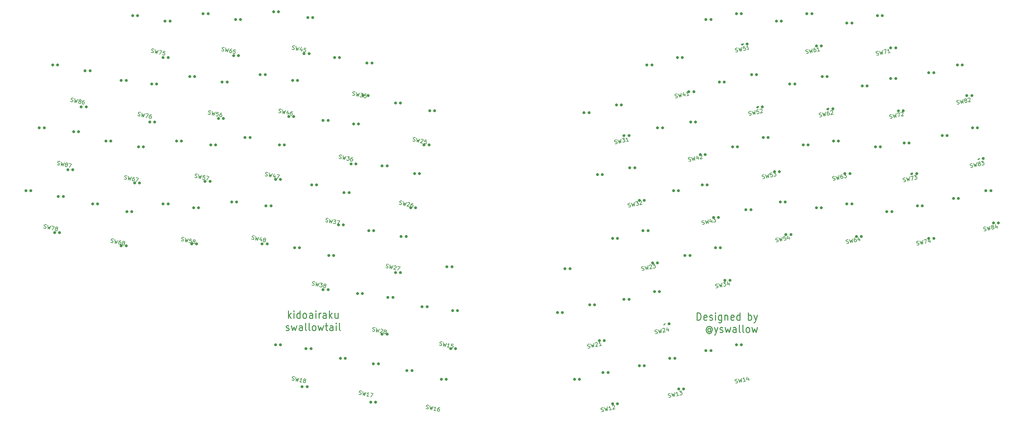
<source format=gto>
G04 #@! TF.GenerationSoftware,KiCad,Pcbnew,(6.0.9)*
G04 #@! TF.CreationDate,2022-12-10T11:28:18+09:00*
G04 #@! TF.ProjectId,kidoairaku-swallowtail,6b69646f-6169-4726-916b-752d7377616c,rev?*
G04 #@! TF.SameCoordinates,Original*
G04 #@! TF.FileFunction,Legend,Top*
G04 #@! TF.FilePolarity,Positive*
%FSLAX46Y46*%
G04 Gerber Fmt 4.6, Leading zero omitted, Abs format (unit mm)*
G04 Created by KiCad (PCBNEW (6.0.9)) date 2022-12-10 11:28:18*
%MOMM*%
%LPD*%
G01*
G04 APERTURE LIST*
%ADD10C,0.250000*%
%ADD11C,0.150000*%
%ADD12C,0.760000*%
%ADD13C,1.600000*%
%ADD14C,2.200000*%
%ADD15C,4.300000*%
%ADD16C,1.900000*%
%ADD17C,3.400000*%
G04 APERTURE END LIST*
D10*
X86985714Y-122794761D02*
X86985714Y-120794761D01*
X87157142Y-122032857D02*
X87671428Y-122794761D01*
X87671428Y-121461428D02*
X86985714Y-122223333D01*
X88442857Y-122794761D02*
X88442857Y-121461428D01*
X88442857Y-120794761D02*
X88357142Y-120890000D01*
X88442857Y-120985238D01*
X88528571Y-120890000D01*
X88442857Y-120794761D01*
X88442857Y-120985238D01*
X90071428Y-122794761D02*
X90071428Y-120794761D01*
X90071428Y-122699523D02*
X89900000Y-122794761D01*
X89557142Y-122794761D01*
X89385714Y-122699523D01*
X89300000Y-122604285D01*
X89214285Y-122413809D01*
X89214285Y-121842380D01*
X89300000Y-121651904D01*
X89385714Y-121556666D01*
X89557142Y-121461428D01*
X89900000Y-121461428D01*
X90071428Y-121556666D01*
X91185714Y-122794761D02*
X91014285Y-122699523D01*
X90928571Y-122604285D01*
X90842857Y-122413809D01*
X90842857Y-121842380D01*
X90928571Y-121651904D01*
X91014285Y-121556666D01*
X91185714Y-121461428D01*
X91442857Y-121461428D01*
X91614285Y-121556666D01*
X91700000Y-121651904D01*
X91785714Y-121842380D01*
X91785714Y-122413809D01*
X91700000Y-122604285D01*
X91614285Y-122699523D01*
X91442857Y-122794761D01*
X91185714Y-122794761D01*
X93328571Y-122794761D02*
X93328571Y-121747142D01*
X93242857Y-121556666D01*
X93071428Y-121461428D01*
X92728571Y-121461428D01*
X92557142Y-121556666D01*
X93328571Y-122699523D02*
X93157142Y-122794761D01*
X92728571Y-122794761D01*
X92557142Y-122699523D01*
X92471428Y-122509047D01*
X92471428Y-122318571D01*
X92557142Y-122128095D01*
X92728571Y-122032857D01*
X93157142Y-122032857D01*
X93328571Y-121937619D01*
X94185714Y-122794761D02*
X94185714Y-121461428D01*
X94185714Y-120794761D02*
X94100000Y-120890000D01*
X94185714Y-120985238D01*
X94271428Y-120890000D01*
X94185714Y-120794761D01*
X94185714Y-120985238D01*
X95042857Y-122794761D02*
X95042857Y-121461428D01*
X95042857Y-121842380D02*
X95128571Y-121651904D01*
X95214285Y-121556666D01*
X95385714Y-121461428D01*
X95557142Y-121461428D01*
X96928571Y-122794761D02*
X96928571Y-121747142D01*
X96842857Y-121556666D01*
X96671428Y-121461428D01*
X96328571Y-121461428D01*
X96157142Y-121556666D01*
X96928571Y-122699523D02*
X96757142Y-122794761D01*
X96328571Y-122794761D01*
X96157142Y-122699523D01*
X96071428Y-122509047D01*
X96071428Y-122318571D01*
X96157142Y-122128095D01*
X96328571Y-122032857D01*
X96757142Y-122032857D01*
X96928571Y-121937619D01*
X97785714Y-122794761D02*
X97785714Y-120794761D01*
X97957142Y-122032857D02*
X98471428Y-122794761D01*
X98471428Y-121461428D02*
X97785714Y-122223333D01*
X100014285Y-121461428D02*
X100014285Y-122794761D01*
X99242857Y-121461428D02*
X99242857Y-122509047D01*
X99328571Y-122699523D01*
X99500000Y-122794761D01*
X99757142Y-122794761D01*
X99928571Y-122699523D01*
X100014285Y-122604285D01*
X86428571Y-125919523D02*
X86600000Y-126014761D01*
X86942857Y-126014761D01*
X87114285Y-125919523D01*
X87200000Y-125729047D01*
X87200000Y-125633809D01*
X87114285Y-125443333D01*
X86942857Y-125348095D01*
X86685714Y-125348095D01*
X86514285Y-125252857D01*
X86428571Y-125062380D01*
X86428571Y-124967142D01*
X86514285Y-124776666D01*
X86685714Y-124681428D01*
X86942857Y-124681428D01*
X87114285Y-124776666D01*
X87800000Y-124681428D02*
X88142857Y-126014761D01*
X88485714Y-125062380D01*
X88828571Y-126014761D01*
X89171428Y-124681428D01*
X90628571Y-126014761D02*
X90628571Y-124967142D01*
X90542857Y-124776666D01*
X90371428Y-124681428D01*
X90028571Y-124681428D01*
X89857142Y-124776666D01*
X90628571Y-125919523D02*
X90457142Y-126014761D01*
X90028571Y-126014761D01*
X89857142Y-125919523D01*
X89771428Y-125729047D01*
X89771428Y-125538571D01*
X89857142Y-125348095D01*
X90028571Y-125252857D01*
X90457142Y-125252857D01*
X90628571Y-125157619D01*
X91742857Y-126014761D02*
X91571428Y-125919523D01*
X91485714Y-125729047D01*
X91485714Y-124014761D01*
X92685714Y-126014761D02*
X92514285Y-125919523D01*
X92428571Y-125729047D01*
X92428571Y-124014761D01*
X93628571Y-126014761D02*
X93457142Y-125919523D01*
X93371428Y-125824285D01*
X93285714Y-125633809D01*
X93285714Y-125062380D01*
X93371428Y-124871904D01*
X93457142Y-124776666D01*
X93628571Y-124681428D01*
X93885714Y-124681428D01*
X94057142Y-124776666D01*
X94142857Y-124871904D01*
X94228571Y-125062380D01*
X94228571Y-125633809D01*
X94142857Y-125824285D01*
X94057142Y-125919523D01*
X93885714Y-126014761D01*
X93628571Y-126014761D01*
X94828571Y-124681428D02*
X95171428Y-126014761D01*
X95514285Y-125062380D01*
X95857142Y-126014761D01*
X96200000Y-124681428D01*
X96628571Y-124681428D02*
X97314285Y-124681428D01*
X96885714Y-124014761D02*
X96885714Y-125729047D01*
X96971428Y-125919523D01*
X97142857Y-126014761D01*
X97314285Y-126014761D01*
X98685714Y-126014761D02*
X98685714Y-124967142D01*
X98600000Y-124776666D01*
X98428571Y-124681428D01*
X98085714Y-124681428D01*
X97914285Y-124776666D01*
X98685714Y-125919523D02*
X98514285Y-126014761D01*
X98085714Y-126014761D01*
X97914285Y-125919523D01*
X97828571Y-125729047D01*
X97828571Y-125538571D01*
X97914285Y-125348095D01*
X98085714Y-125252857D01*
X98514285Y-125252857D01*
X98685714Y-125157619D01*
X99542857Y-126014761D02*
X99542857Y-124681428D01*
X99542857Y-124014761D02*
X99457142Y-124110000D01*
X99542857Y-124205238D01*
X99628571Y-124110000D01*
X99542857Y-124014761D01*
X99542857Y-124205238D01*
X100657142Y-126014761D02*
X100485714Y-125919523D01*
X100400000Y-125729047D01*
X100400000Y-124014761D01*
X194308928Y-123294761D02*
X194308928Y-121294761D01*
X194737500Y-121294761D01*
X194994642Y-121390000D01*
X195166071Y-121580476D01*
X195251785Y-121770952D01*
X195337500Y-122151904D01*
X195337500Y-122437619D01*
X195251785Y-122818571D01*
X195166071Y-123009047D01*
X194994642Y-123199523D01*
X194737500Y-123294761D01*
X194308928Y-123294761D01*
X196794642Y-123199523D02*
X196623214Y-123294761D01*
X196280357Y-123294761D01*
X196108928Y-123199523D01*
X196023214Y-123009047D01*
X196023214Y-122247142D01*
X196108928Y-122056666D01*
X196280357Y-121961428D01*
X196623214Y-121961428D01*
X196794642Y-122056666D01*
X196880357Y-122247142D01*
X196880357Y-122437619D01*
X196023214Y-122628095D01*
X197566071Y-123199523D02*
X197737500Y-123294761D01*
X198080357Y-123294761D01*
X198251785Y-123199523D01*
X198337500Y-123009047D01*
X198337500Y-122913809D01*
X198251785Y-122723333D01*
X198080357Y-122628095D01*
X197823214Y-122628095D01*
X197651785Y-122532857D01*
X197566071Y-122342380D01*
X197566071Y-122247142D01*
X197651785Y-122056666D01*
X197823214Y-121961428D01*
X198080357Y-121961428D01*
X198251785Y-122056666D01*
X199108928Y-123294761D02*
X199108928Y-121961428D01*
X199108928Y-121294761D02*
X199023214Y-121390000D01*
X199108928Y-121485238D01*
X199194642Y-121390000D01*
X199108928Y-121294761D01*
X199108928Y-121485238D01*
X200737500Y-121961428D02*
X200737500Y-123580476D01*
X200651785Y-123770952D01*
X200566071Y-123866190D01*
X200394642Y-123961428D01*
X200137500Y-123961428D01*
X199966071Y-123866190D01*
X200737500Y-123199523D02*
X200566071Y-123294761D01*
X200223214Y-123294761D01*
X200051785Y-123199523D01*
X199966071Y-123104285D01*
X199880357Y-122913809D01*
X199880357Y-122342380D01*
X199966071Y-122151904D01*
X200051785Y-122056666D01*
X200223214Y-121961428D01*
X200566071Y-121961428D01*
X200737500Y-122056666D01*
X201594642Y-121961428D02*
X201594642Y-123294761D01*
X201594642Y-122151904D02*
X201680357Y-122056666D01*
X201851785Y-121961428D01*
X202108928Y-121961428D01*
X202280357Y-122056666D01*
X202366071Y-122247142D01*
X202366071Y-123294761D01*
X203908928Y-123199523D02*
X203737500Y-123294761D01*
X203394642Y-123294761D01*
X203223214Y-123199523D01*
X203137500Y-123009047D01*
X203137500Y-122247142D01*
X203223214Y-122056666D01*
X203394642Y-121961428D01*
X203737500Y-121961428D01*
X203908928Y-122056666D01*
X203994642Y-122247142D01*
X203994642Y-122437619D01*
X203137500Y-122628095D01*
X205537500Y-123294761D02*
X205537500Y-121294761D01*
X205537500Y-123199523D02*
X205366071Y-123294761D01*
X205023214Y-123294761D01*
X204851785Y-123199523D01*
X204766071Y-123104285D01*
X204680357Y-122913809D01*
X204680357Y-122342380D01*
X204766071Y-122151904D01*
X204851785Y-122056666D01*
X205023214Y-121961428D01*
X205366071Y-121961428D01*
X205537500Y-122056666D01*
X207766071Y-123294761D02*
X207766071Y-121294761D01*
X207766071Y-122056666D02*
X207937500Y-121961428D01*
X208280357Y-121961428D01*
X208451785Y-122056666D01*
X208537500Y-122151904D01*
X208623214Y-122342380D01*
X208623214Y-122913809D01*
X208537500Y-123104285D01*
X208451785Y-123199523D01*
X208280357Y-123294761D01*
X207937500Y-123294761D01*
X207766071Y-123199523D01*
X209223214Y-121961428D02*
X209651785Y-123294761D01*
X210080357Y-121961428D02*
X209651785Y-123294761D01*
X209480357Y-123770952D01*
X209394642Y-123866190D01*
X209223214Y-123961428D01*
X197823214Y-125562380D02*
X197737500Y-125467142D01*
X197566071Y-125371904D01*
X197394642Y-125371904D01*
X197223214Y-125467142D01*
X197137500Y-125562380D01*
X197051785Y-125752857D01*
X197051785Y-125943333D01*
X197137500Y-126133809D01*
X197223214Y-126229047D01*
X197394642Y-126324285D01*
X197566071Y-126324285D01*
X197737500Y-126229047D01*
X197823214Y-126133809D01*
X197823214Y-125371904D02*
X197823214Y-126133809D01*
X197908928Y-126229047D01*
X197994642Y-126229047D01*
X198166071Y-126133809D01*
X198251785Y-125943333D01*
X198251785Y-125467142D01*
X198080357Y-125181428D01*
X197823214Y-124990952D01*
X197480357Y-124895714D01*
X197137500Y-124990952D01*
X196880357Y-125181428D01*
X196708928Y-125467142D01*
X196623214Y-125848095D01*
X196708928Y-126229047D01*
X196880357Y-126514761D01*
X197137500Y-126705238D01*
X197480357Y-126800476D01*
X197823214Y-126705238D01*
X198080357Y-126514761D01*
X198851785Y-125181428D02*
X199280357Y-126514761D01*
X199708928Y-125181428D02*
X199280357Y-126514761D01*
X199108928Y-126990952D01*
X199023214Y-127086190D01*
X198851785Y-127181428D01*
X200308928Y-126419523D02*
X200480357Y-126514761D01*
X200823214Y-126514761D01*
X200994642Y-126419523D01*
X201080357Y-126229047D01*
X201080357Y-126133809D01*
X200994642Y-125943333D01*
X200823214Y-125848095D01*
X200566071Y-125848095D01*
X200394642Y-125752857D01*
X200308928Y-125562380D01*
X200308928Y-125467142D01*
X200394642Y-125276666D01*
X200566071Y-125181428D01*
X200823214Y-125181428D01*
X200994642Y-125276666D01*
X201680357Y-125181428D02*
X202023214Y-126514761D01*
X202366071Y-125562380D01*
X202708928Y-126514761D01*
X203051785Y-125181428D01*
X204508928Y-126514761D02*
X204508928Y-125467142D01*
X204423214Y-125276666D01*
X204251785Y-125181428D01*
X203908928Y-125181428D01*
X203737500Y-125276666D01*
X204508928Y-126419523D02*
X204337500Y-126514761D01*
X203908928Y-126514761D01*
X203737500Y-126419523D01*
X203651785Y-126229047D01*
X203651785Y-126038571D01*
X203737500Y-125848095D01*
X203908928Y-125752857D01*
X204337500Y-125752857D01*
X204508928Y-125657619D01*
X205623214Y-126514761D02*
X205451785Y-126419523D01*
X205366071Y-126229047D01*
X205366071Y-124514761D01*
X206566071Y-126514761D02*
X206394642Y-126419523D01*
X206308928Y-126229047D01*
X206308928Y-124514761D01*
X207508928Y-126514761D02*
X207337500Y-126419523D01*
X207251785Y-126324285D01*
X207166071Y-126133809D01*
X207166071Y-125562380D01*
X207251785Y-125371904D01*
X207337500Y-125276666D01*
X207508928Y-125181428D01*
X207766071Y-125181428D01*
X207937500Y-125276666D01*
X208023214Y-125371904D01*
X208108928Y-125562380D01*
X208108928Y-126133809D01*
X208023214Y-126324285D01*
X207937500Y-126419523D01*
X207766071Y-126514761D01*
X207508928Y-126514761D01*
X208708928Y-125181428D02*
X209051785Y-126514761D01*
X209394642Y-125562380D01*
X209737500Y-126514761D01*
X210080357Y-125181428D01*
D11*
G04 #@! TO.C,SW52*
X208015928Y-69476240D02*
X208165564Y-69493116D01*
X208398456Y-69443614D01*
X208481712Y-69377234D01*
X208518390Y-69320755D01*
X208545168Y-69217697D01*
X208525367Y-69124541D01*
X208458987Y-69041284D01*
X208402508Y-69004606D01*
X208299451Y-68977829D01*
X208103236Y-68970853D01*
X208000179Y-68944075D01*
X207943700Y-68907397D01*
X207877320Y-68824141D01*
X207857519Y-68730984D01*
X207884296Y-68627927D01*
X207920974Y-68571448D01*
X208004231Y-68505068D01*
X208237123Y-68455565D01*
X208386759Y-68472442D01*
X208702907Y-68356560D02*
X209143711Y-69285205D01*
X209181517Y-68546926D01*
X209516339Y-69206000D01*
X209541320Y-68178350D01*
X210379732Y-68000140D02*
X209913947Y-68099145D01*
X209966374Y-68574830D01*
X210003052Y-68518351D01*
X210086309Y-68451972D01*
X210319201Y-68402469D01*
X210422258Y-68429246D01*
X210478737Y-68465924D01*
X210545117Y-68549181D01*
X210594620Y-68782073D01*
X210567842Y-68885130D01*
X210531165Y-68941609D01*
X210447908Y-69007989D01*
X210215016Y-69057492D01*
X210111958Y-69030714D01*
X210055479Y-68994037D01*
X210818739Y-68004192D02*
X210855417Y-67947713D01*
X210938673Y-67881333D01*
X211171566Y-67831830D01*
X211274623Y-67858608D01*
X211331102Y-67895286D01*
X211397482Y-67978542D01*
X211417283Y-68071699D01*
X211400406Y-68221335D01*
X210960271Y-68899083D01*
X211565791Y-68770376D01*
G04 #@! TO.C,SW76*
X47463545Y-69553230D02*
X47593380Y-69629510D01*
X47826272Y-69679013D01*
X47929330Y-69652236D01*
X47985809Y-69615558D01*
X48052189Y-69532302D01*
X48071990Y-69439145D01*
X48045212Y-69336087D01*
X48008534Y-69279608D01*
X47925278Y-69213229D01*
X47748865Y-69127048D01*
X47665608Y-69060668D01*
X47628931Y-69004189D01*
X47602153Y-68901132D01*
X47621954Y-68807975D01*
X47688334Y-68724719D01*
X47744813Y-68688041D01*
X47847870Y-68661263D01*
X48080763Y-68710766D01*
X48210597Y-68787046D01*
X48546547Y-68809772D02*
X48571528Y-69837422D01*
X48906350Y-69178347D01*
X48944155Y-69916627D01*
X49384959Y-68987982D01*
X49664430Y-69047385D02*
X50316529Y-69185993D01*
X49689411Y-70075035D01*
X51108362Y-69354302D02*
X50922049Y-69314700D01*
X50818991Y-69341477D01*
X50762512Y-69378155D01*
X50639653Y-69498090D01*
X50553473Y-69674503D01*
X50474268Y-70047130D01*
X50501046Y-70150188D01*
X50537724Y-70206667D01*
X50620980Y-70273047D01*
X50807294Y-70312649D01*
X50910351Y-70285871D01*
X50966830Y-70249194D01*
X51033210Y-70165937D01*
X51082713Y-69933045D01*
X51055935Y-69829987D01*
X51019257Y-69773508D01*
X50936001Y-69707129D01*
X50749687Y-69667527D01*
X50646630Y-69694304D01*
X50590151Y-69730982D01*
X50523771Y-69814238D01*
G04 #@! TO.C,SW86*
X29856889Y-65810819D02*
X29986724Y-65887099D01*
X30219616Y-65936602D01*
X30322674Y-65909825D01*
X30379153Y-65873147D01*
X30445533Y-65789891D01*
X30465334Y-65696734D01*
X30438556Y-65593676D01*
X30401878Y-65537197D01*
X30318622Y-65470818D01*
X30142209Y-65384637D01*
X30058952Y-65318257D01*
X30022275Y-65261778D01*
X29995497Y-65158721D01*
X30015298Y-65065564D01*
X30081678Y-64982308D01*
X30138157Y-64945630D01*
X30241214Y-64918852D01*
X30474107Y-64968355D01*
X30603941Y-65044635D01*
X30939891Y-65067361D02*
X30964872Y-66095011D01*
X31299694Y-65435936D01*
X31337499Y-66174216D01*
X31778303Y-65245571D01*
X32201561Y-65773683D02*
X32118305Y-65707303D01*
X32081627Y-65650824D01*
X32054850Y-65547767D01*
X32064750Y-65501188D01*
X32131130Y-65417932D01*
X32187609Y-65381254D01*
X32290666Y-65354477D01*
X32476980Y-65394079D01*
X32560237Y-65460459D01*
X32596915Y-65516938D01*
X32623692Y-65619995D01*
X32613791Y-65666574D01*
X32547412Y-65749830D01*
X32490933Y-65786508D01*
X32387875Y-65813285D01*
X32201561Y-65773683D01*
X32098504Y-65800460D01*
X32042025Y-65837138D01*
X31975645Y-65920395D01*
X31936043Y-66106708D01*
X31962821Y-66209766D01*
X31999498Y-66266245D01*
X32082755Y-66332624D01*
X32269069Y-66372227D01*
X32372126Y-66345449D01*
X32428605Y-66308771D01*
X32494985Y-66225515D01*
X32534587Y-66039201D01*
X32507810Y-65936144D01*
X32471132Y-65879665D01*
X32387875Y-65813285D01*
X33501706Y-65611891D02*
X33315393Y-65572289D01*
X33212335Y-65599066D01*
X33155856Y-65635744D01*
X33032997Y-65755679D01*
X32946817Y-65932092D01*
X32867612Y-66304719D01*
X32894390Y-66407777D01*
X32931068Y-66464256D01*
X33014324Y-66530636D01*
X33200638Y-66570238D01*
X33303695Y-66543460D01*
X33360174Y-66506783D01*
X33426554Y-66423526D01*
X33476057Y-66190634D01*
X33449279Y-66087576D01*
X33412601Y-66031097D01*
X33329345Y-65964718D01*
X33143031Y-65925116D01*
X33039974Y-65951893D01*
X32983495Y-65988571D01*
X32917115Y-66071827D01*
G04 #@! TO.C,SW67*
X43929047Y-86181739D02*
X44058882Y-86258019D01*
X44291774Y-86307522D01*
X44394832Y-86280745D01*
X44451311Y-86244067D01*
X44517691Y-86160811D01*
X44537492Y-86067654D01*
X44510714Y-85964596D01*
X44474036Y-85908117D01*
X44390780Y-85841738D01*
X44214367Y-85755557D01*
X44131110Y-85689177D01*
X44094433Y-85632698D01*
X44067655Y-85529641D01*
X44087456Y-85436484D01*
X44153836Y-85353228D01*
X44210315Y-85316550D01*
X44313372Y-85289772D01*
X44546265Y-85339275D01*
X44676099Y-85415555D01*
X45012049Y-85438281D02*
X45037030Y-86465931D01*
X45371852Y-85806856D01*
X45409657Y-86545136D01*
X45850461Y-85616491D01*
X46642295Y-85784800D02*
X46455981Y-85745198D01*
X46352924Y-85771975D01*
X46296445Y-85808653D01*
X46173586Y-85928587D01*
X46087406Y-86105001D01*
X46008201Y-86477628D01*
X46034979Y-86580686D01*
X46071656Y-86637165D01*
X46154913Y-86703544D01*
X46341227Y-86743147D01*
X46444284Y-86716369D01*
X46500763Y-86679691D01*
X46567143Y-86596435D01*
X46616645Y-86363543D01*
X46589868Y-86260485D01*
X46553190Y-86204006D01*
X46469934Y-86137627D01*
X46283620Y-86098024D01*
X46180563Y-86124802D01*
X46124084Y-86161480D01*
X46057704Y-86244736D01*
X47061501Y-85873905D02*
X47713600Y-86012513D01*
X47086482Y-86901556D01*
G04 #@! TO.C,SW24*
X183387908Y-126856581D02*
X183537544Y-126873457D01*
X183770436Y-126823955D01*
X183853692Y-126757575D01*
X183890370Y-126701096D01*
X183917148Y-126598038D01*
X183897347Y-126504882D01*
X183830967Y-126421625D01*
X183774488Y-126384947D01*
X183671431Y-126358170D01*
X183475216Y-126351194D01*
X183372159Y-126324416D01*
X183315680Y-126287738D01*
X183249300Y-126204482D01*
X183229499Y-126111325D01*
X183256276Y-126008268D01*
X183292954Y-125951789D01*
X183376211Y-125885409D01*
X183609103Y-125835906D01*
X183758739Y-125852783D01*
X184074887Y-125736901D02*
X184515691Y-126665546D01*
X184553497Y-125927267D01*
X184888319Y-126586341D01*
X184913300Y-125558691D01*
X185259150Y-125582544D02*
X185295828Y-125526065D01*
X185379084Y-125459685D01*
X185611976Y-125410182D01*
X185715034Y-125436960D01*
X185771513Y-125473638D01*
X185837893Y-125556894D01*
X185857694Y-125650051D01*
X185840817Y-125799687D01*
X185400682Y-126477435D01*
X186006202Y-126348728D01*
X186706006Y-125518419D02*
X186844614Y-126170518D01*
X186393910Y-125195295D02*
X186309526Y-125943474D01*
X186915046Y-125814767D01*
G04 #@! TO.C,SW14*
X204437908Y-139806581D02*
X204587544Y-139823457D01*
X204820436Y-139773955D01*
X204903692Y-139707575D01*
X204940370Y-139651096D01*
X204967148Y-139548038D01*
X204947347Y-139454882D01*
X204880967Y-139371625D01*
X204824488Y-139334947D01*
X204721431Y-139308170D01*
X204525216Y-139301194D01*
X204422159Y-139274416D01*
X204365680Y-139237738D01*
X204299300Y-139154482D01*
X204279499Y-139061325D01*
X204306276Y-138958268D01*
X204342954Y-138901789D01*
X204426211Y-138835409D01*
X204659103Y-138785906D01*
X204808739Y-138802783D01*
X205124887Y-138686901D02*
X205565691Y-139615546D01*
X205603497Y-138877267D01*
X205938319Y-139536341D01*
X205963300Y-138508691D01*
X207056202Y-139298728D02*
X206497261Y-139417535D01*
X206776731Y-139358131D02*
X206568820Y-138379984D01*
X206505364Y-138539520D01*
X206432009Y-138652478D01*
X206348752Y-138718858D01*
X207756006Y-138468419D02*
X207894614Y-139120518D01*
X207443910Y-138145295D02*
X207359526Y-138893474D01*
X207965046Y-138764767D01*
G04 #@! TO.C,SW74*
X252065488Y-103562691D02*
X252215124Y-103579567D01*
X252448016Y-103530065D01*
X252531272Y-103463685D01*
X252567950Y-103407206D01*
X252594728Y-103304148D01*
X252574927Y-103210992D01*
X252508547Y-103127735D01*
X252452068Y-103091057D01*
X252349011Y-103064280D01*
X252152796Y-103057304D01*
X252049739Y-103030526D01*
X251993260Y-102993848D01*
X251926880Y-102910592D01*
X251907079Y-102817435D01*
X251933856Y-102714378D01*
X251970534Y-102657899D01*
X252053791Y-102591519D01*
X252286683Y-102542016D01*
X252436319Y-102558893D01*
X252752467Y-102443011D02*
X253193271Y-103371656D01*
X253231077Y-102633377D01*
X253565899Y-103292451D01*
X253590880Y-102264801D01*
X253870350Y-102205397D02*
X254522449Y-102066790D01*
X254311154Y-103134042D01*
X255383586Y-102224529D02*
X255522194Y-102876628D01*
X255071490Y-101901405D02*
X254987106Y-102649584D01*
X255592626Y-102520877D01*
G04 #@! TO.C,SW17*
X105522128Y-142722648D02*
X105651963Y-142798928D01*
X105884855Y-142848431D01*
X105987913Y-142821654D01*
X106044392Y-142784976D01*
X106110772Y-142701720D01*
X106130573Y-142608563D01*
X106103795Y-142505505D01*
X106067117Y-142449026D01*
X105983861Y-142382647D01*
X105807448Y-142296466D01*
X105724191Y-142230086D01*
X105687514Y-142173607D01*
X105660736Y-142070550D01*
X105680537Y-141977393D01*
X105746917Y-141894137D01*
X105803396Y-141857459D01*
X105906453Y-141830681D01*
X106139346Y-141880184D01*
X106269180Y-141956464D01*
X106605130Y-141979190D02*
X106630111Y-143006840D01*
X106964933Y-142347765D01*
X107002738Y-143086045D01*
X107443542Y-142157400D01*
X108120621Y-143323658D02*
X107561680Y-143204851D01*
X107841151Y-143264255D02*
X108049062Y-142286107D01*
X107926204Y-142406041D01*
X107813246Y-142479397D01*
X107710188Y-142506174D01*
X108654582Y-142414814D02*
X109306681Y-142553422D01*
X108679563Y-143442465D01*
G04 #@! TO.C,SW71*
X241461992Y-53677164D02*
X241611628Y-53694040D01*
X241844520Y-53644538D01*
X241927776Y-53578158D01*
X241964454Y-53521679D01*
X241991232Y-53418621D01*
X241971431Y-53325465D01*
X241905051Y-53242208D01*
X241848572Y-53205530D01*
X241745515Y-53178753D01*
X241549300Y-53171777D01*
X241446243Y-53144999D01*
X241389764Y-53108321D01*
X241323384Y-53025065D01*
X241303583Y-52931908D01*
X241330360Y-52828851D01*
X241367038Y-52772372D01*
X241450295Y-52705992D01*
X241683187Y-52656489D01*
X241832823Y-52673366D01*
X242148971Y-52557484D02*
X242589775Y-53486129D01*
X242627581Y-52747850D01*
X242962403Y-53406924D01*
X242987384Y-52379274D01*
X243266854Y-52319870D02*
X243918953Y-52181263D01*
X243707658Y-53248515D01*
X245011855Y-52971300D02*
X244452914Y-53090106D01*
X244732384Y-53030703D02*
X244524473Y-52052555D01*
X244461017Y-52212092D01*
X244387662Y-52325050D01*
X244304405Y-52391430D01*
G04 #@! TO.C,SW31*
X172802614Y-76961060D02*
X172952250Y-76977936D01*
X173185142Y-76928434D01*
X173268398Y-76862054D01*
X173305076Y-76805575D01*
X173331854Y-76702517D01*
X173312053Y-76609361D01*
X173245673Y-76526104D01*
X173189194Y-76489426D01*
X173086137Y-76462649D01*
X172889922Y-76455673D01*
X172786865Y-76428895D01*
X172730386Y-76392217D01*
X172664006Y-76308961D01*
X172644205Y-76215804D01*
X172670982Y-76112747D01*
X172707660Y-76056268D01*
X172790917Y-75989888D01*
X173023809Y-75940385D01*
X173173445Y-75957262D01*
X173489593Y-75841380D02*
X173930397Y-76770025D01*
X173968203Y-76031746D01*
X174303025Y-76690820D01*
X174328006Y-75663170D01*
X174607476Y-75603766D02*
X175212996Y-75475059D01*
X174966152Y-75916991D01*
X175105887Y-75887289D01*
X175208944Y-75914066D01*
X175265423Y-75950744D01*
X175331803Y-76034001D01*
X175381306Y-76266893D01*
X175354528Y-76369950D01*
X175317851Y-76426429D01*
X175234594Y-76492809D01*
X174955123Y-76552212D01*
X174852066Y-76525435D01*
X174795587Y-76488757D01*
X176352477Y-76255196D02*
X175793536Y-76374002D01*
X176073006Y-76314599D02*
X175865095Y-75336451D01*
X175801639Y-75495988D01*
X175728284Y-75608946D01*
X175645027Y-75675326D01*
G04 #@! TO.C,SW21*
X165687908Y-130606581D02*
X165837544Y-130623457D01*
X166070436Y-130573955D01*
X166153692Y-130507575D01*
X166190370Y-130451096D01*
X166217148Y-130348038D01*
X166197347Y-130254882D01*
X166130967Y-130171625D01*
X166074488Y-130134947D01*
X165971431Y-130108170D01*
X165775216Y-130101194D01*
X165672159Y-130074416D01*
X165615680Y-130037738D01*
X165549300Y-129954482D01*
X165529499Y-129861325D01*
X165556276Y-129758268D01*
X165592954Y-129701789D01*
X165676211Y-129635409D01*
X165909103Y-129585906D01*
X166058739Y-129602783D01*
X166374887Y-129486901D02*
X166815691Y-130415546D01*
X166853497Y-129677267D01*
X167188319Y-130336341D01*
X167213300Y-129308691D01*
X167559150Y-129332544D02*
X167595828Y-129276065D01*
X167679084Y-129209685D01*
X167911976Y-129160182D01*
X168015034Y-129186960D01*
X168071513Y-129223638D01*
X168137893Y-129306894D01*
X168157694Y-129400051D01*
X168140817Y-129549687D01*
X167700682Y-130227435D01*
X168306202Y-130098728D01*
X169237771Y-129900717D02*
X168678830Y-130019523D01*
X168958300Y-129960120D02*
X168750389Y-128981972D01*
X168686933Y-129141509D01*
X168613578Y-129254467D01*
X168530321Y-129320847D01*
G04 #@! TO.C,SW57*
X62419328Y-85767023D02*
X62549163Y-85843303D01*
X62782055Y-85892806D01*
X62885113Y-85866029D01*
X62941592Y-85829351D01*
X63007972Y-85746095D01*
X63027773Y-85652938D01*
X63000995Y-85549880D01*
X62964317Y-85493401D01*
X62881061Y-85427022D01*
X62704648Y-85340841D01*
X62621391Y-85274461D01*
X62584714Y-85217982D01*
X62557936Y-85114925D01*
X62577737Y-85021768D01*
X62644117Y-84938512D01*
X62700596Y-84901834D01*
X62803653Y-84875056D01*
X63036546Y-84924559D01*
X63166380Y-85000839D01*
X63502330Y-85023565D02*
X63527311Y-86051215D01*
X63862133Y-85392140D01*
X63899938Y-86130420D01*
X64340742Y-85201775D01*
X65179155Y-85379985D02*
X64713370Y-85280979D01*
X64567786Y-85736863D01*
X64624265Y-85700185D01*
X64727323Y-85673408D01*
X64960215Y-85722911D01*
X65043471Y-85789290D01*
X65080149Y-85845769D01*
X65106926Y-85948827D01*
X65057424Y-86181719D01*
X64991044Y-86264975D01*
X64934565Y-86301653D01*
X64831508Y-86328431D01*
X64598615Y-86278928D01*
X64515359Y-86212548D01*
X64478681Y-86156069D01*
X65551782Y-85459189D02*
X66203881Y-85597797D01*
X65576763Y-86486840D01*
G04 #@! TO.C,SW72*
X244996491Y-70305673D02*
X245146127Y-70322549D01*
X245379019Y-70273047D01*
X245462275Y-70206667D01*
X245498953Y-70150188D01*
X245525731Y-70047130D01*
X245505930Y-69953974D01*
X245439550Y-69870717D01*
X245383071Y-69834039D01*
X245280014Y-69807262D01*
X245083799Y-69800286D01*
X244980742Y-69773508D01*
X244924263Y-69736830D01*
X244857883Y-69653574D01*
X244838082Y-69560417D01*
X244864859Y-69457360D01*
X244901537Y-69400881D01*
X244984794Y-69334501D01*
X245217686Y-69284998D01*
X245367322Y-69301875D01*
X245683470Y-69185993D02*
X246124274Y-70114638D01*
X246162080Y-69376359D01*
X246496902Y-70035433D01*
X246521883Y-69007783D01*
X246801353Y-68948379D02*
X247453452Y-68809772D01*
X247242157Y-69877024D01*
X247799302Y-68833625D02*
X247835980Y-68777146D01*
X247919236Y-68710766D01*
X248152129Y-68661263D01*
X248255186Y-68688041D01*
X248311665Y-68724719D01*
X248378045Y-68807975D01*
X248397846Y-68901132D01*
X248380969Y-69050768D01*
X247940834Y-69728516D01*
X248546354Y-69599809D01*
G04 #@! TO.C,SW45*
X87978607Y-52095287D02*
X88108442Y-52171567D01*
X88341334Y-52221070D01*
X88444392Y-52194293D01*
X88500871Y-52157615D01*
X88567251Y-52074359D01*
X88587052Y-51981202D01*
X88560274Y-51878144D01*
X88523596Y-51821665D01*
X88440340Y-51755286D01*
X88263927Y-51669105D01*
X88180670Y-51602725D01*
X88143993Y-51546246D01*
X88117215Y-51443189D01*
X88137016Y-51350032D01*
X88203396Y-51266776D01*
X88259875Y-51230098D01*
X88362932Y-51203320D01*
X88595825Y-51252823D01*
X88725659Y-51329103D01*
X89061609Y-51351829D02*
X89086590Y-52379479D01*
X89421412Y-51720404D01*
X89459217Y-52458684D01*
X89900021Y-51530039D01*
X90622551Y-52024397D02*
X90483944Y-52676496D01*
X90468863Y-51602267D02*
X90087463Y-52251441D01*
X90692983Y-52380148D01*
X91670003Y-51906260D02*
X91204218Y-51807254D01*
X91058634Y-52263138D01*
X91115113Y-52226460D01*
X91218171Y-52199683D01*
X91451063Y-52249186D01*
X91534319Y-52315565D01*
X91570997Y-52372044D01*
X91597775Y-52475102D01*
X91548272Y-52707994D01*
X91481892Y-52791251D01*
X91425413Y-52827928D01*
X91322356Y-52854706D01*
X91089463Y-52805203D01*
X91006207Y-52738823D01*
X90969529Y-52682344D01*
G04 #@! TO.C,SW46*
X84444108Y-68723797D02*
X84573943Y-68800077D01*
X84806835Y-68849580D01*
X84909893Y-68822803D01*
X84966372Y-68786125D01*
X85032752Y-68702869D01*
X85052553Y-68609712D01*
X85025775Y-68506654D01*
X84989097Y-68450175D01*
X84905841Y-68383796D01*
X84729428Y-68297615D01*
X84646171Y-68231235D01*
X84609494Y-68174756D01*
X84582716Y-68071699D01*
X84602517Y-67978542D01*
X84668897Y-67895286D01*
X84725376Y-67858608D01*
X84828433Y-67831830D01*
X85061326Y-67881333D01*
X85191160Y-67957613D01*
X85527110Y-67980339D02*
X85552091Y-69007989D01*
X85886913Y-68348914D01*
X85924718Y-69087194D01*
X86365522Y-68158549D01*
X87088052Y-68652907D02*
X86949445Y-69305006D01*
X86934364Y-68230777D02*
X86552964Y-68879951D01*
X87158484Y-69008658D01*
X88088925Y-68524869D02*
X87902612Y-68485267D01*
X87799554Y-68512044D01*
X87743075Y-68548722D01*
X87620216Y-68668657D01*
X87534036Y-68845070D01*
X87454831Y-69217697D01*
X87481609Y-69320755D01*
X87518287Y-69377234D01*
X87601543Y-69443614D01*
X87787857Y-69483216D01*
X87890914Y-69456438D01*
X87947393Y-69419761D01*
X88013773Y-69336504D01*
X88063276Y-69103612D01*
X88036498Y-69000554D01*
X87999820Y-68944075D01*
X87916564Y-68877696D01*
X87730250Y-68838094D01*
X87627193Y-68864871D01*
X87570714Y-68901549D01*
X87504334Y-68984805D01*
G04 #@! TO.C,SW23*
X179871611Y-110218079D02*
X180021247Y-110234955D01*
X180254139Y-110185453D01*
X180337395Y-110119073D01*
X180374073Y-110062594D01*
X180400851Y-109959536D01*
X180381050Y-109866380D01*
X180314670Y-109783123D01*
X180258191Y-109746445D01*
X180155134Y-109719668D01*
X179958919Y-109712692D01*
X179855862Y-109685914D01*
X179799383Y-109649236D01*
X179733003Y-109565980D01*
X179713202Y-109472823D01*
X179739979Y-109369766D01*
X179776657Y-109313287D01*
X179859914Y-109246907D01*
X180092806Y-109197404D01*
X180242442Y-109214281D01*
X180558590Y-109098399D02*
X180999394Y-110027044D01*
X181037200Y-109288765D01*
X181372022Y-109947839D01*
X181397003Y-108920189D01*
X181742853Y-108944042D02*
X181779531Y-108887563D01*
X181862787Y-108821183D01*
X182095679Y-108771680D01*
X182198737Y-108798458D01*
X182255216Y-108835136D01*
X182321596Y-108918392D01*
X182341397Y-109011549D01*
X182324520Y-109161185D01*
X181884385Y-109838933D01*
X182489905Y-109710226D01*
X182608043Y-108662774D02*
X183213562Y-108534067D01*
X182966718Y-108975999D01*
X183106453Y-108946297D01*
X183209511Y-108973074D01*
X183265990Y-109009752D01*
X183332369Y-109093009D01*
X183381872Y-109325901D01*
X183355095Y-109428958D01*
X183318417Y-109485437D01*
X183235160Y-109551817D01*
X182955690Y-109611220D01*
X182852632Y-109584443D01*
X182796153Y-109547765D01*
G04 #@! TO.C,SW51*
X204481429Y-52847730D02*
X204631065Y-52864606D01*
X204863957Y-52815104D01*
X204947213Y-52748724D01*
X204983891Y-52692245D01*
X205010669Y-52589187D01*
X204990868Y-52496031D01*
X204924488Y-52412774D01*
X204868009Y-52376096D01*
X204764952Y-52349319D01*
X204568737Y-52342343D01*
X204465680Y-52315565D01*
X204409201Y-52278887D01*
X204342821Y-52195631D01*
X204323020Y-52102474D01*
X204349797Y-51999417D01*
X204386475Y-51942938D01*
X204469732Y-51876558D01*
X204702624Y-51827055D01*
X204852260Y-51843932D01*
X205168408Y-51728050D02*
X205609212Y-52656695D01*
X205647018Y-51918416D01*
X205981840Y-52577490D01*
X206006821Y-51549840D01*
X206845233Y-51371630D02*
X206379448Y-51470635D01*
X206431875Y-51946320D01*
X206468553Y-51889841D01*
X206551810Y-51823462D01*
X206784702Y-51773959D01*
X206887759Y-51800736D01*
X206944238Y-51837414D01*
X207010618Y-51920671D01*
X207060121Y-52153563D01*
X207033343Y-52256620D01*
X206996666Y-52313099D01*
X206913409Y-52379479D01*
X206680517Y-52428982D01*
X206577459Y-52402204D01*
X206520980Y-52365527D01*
X208031292Y-52141866D02*
X207472351Y-52260672D01*
X207751821Y-52201269D02*
X207543910Y-51223121D01*
X207480454Y-51382658D01*
X207407099Y-51495616D01*
X207323842Y-51561996D01*
G04 #@! TO.C,SW15*
X126660585Y-129836548D02*
X126790420Y-129912828D01*
X127023312Y-129962331D01*
X127126370Y-129935554D01*
X127182849Y-129898876D01*
X127249229Y-129815620D01*
X127269030Y-129722463D01*
X127242252Y-129619405D01*
X127205574Y-129562926D01*
X127122318Y-129496547D01*
X126945905Y-129410366D01*
X126862648Y-129343986D01*
X126825971Y-129287507D01*
X126799193Y-129184450D01*
X126818994Y-129091293D01*
X126885374Y-129008037D01*
X126941853Y-128971359D01*
X127044910Y-128944581D01*
X127277803Y-128994084D01*
X127407637Y-129070364D01*
X127743587Y-129093090D02*
X127768568Y-130120740D01*
X128103390Y-129461665D01*
X128141195Y-130199945D01*
X128581999Y-129271300D01*
X129259078Y-130437558D02*
X128700137Y-130318751D01*
X128979608Y-130378155D02*
X129187519Y-129400007D01*
X129064661Y-129519941D01*
X128951703Y-129593297D01*
X128848645Y-129620074D01*
X130351981Y-129647521D02*
X129886196Y-129548515D01*
X129740612Y-130004399D01*
X129797091Y-129967721D01*
X129900149Y-129940944D01*
X130133041Y-129990447D01*
X130216297Y-130056826D01*
X130252975Y-130113305D01*
X130279753Y-130216363D01*
X130230250Y-130449255D01*
X130163870Y-130532512D01*
X130107391Y-130569189D01*
X130004334Y-130595967D01*
X129771441Y-130546464D01*
X129688185Y-130480084D01*
X129651507Y-130423605D01*
G04 #@! TO.C,SW53*
X211550427Y-86104749D02*
X211700063Y-86121625D01*
X211932955Y-86072123D01*
X212016211Y-86005743D01*
X212052889Y-85949264D01*
X212079667Y-85846206D01*
X212059866Y-85753050D01*
X211993486Y-85669793D01*
X211937007Y-85633115D01*
X211833950Y-85606338D01*
X211637735Y-85599362D01*
X211534678Y-85572584D01*
X211478199Y-85535906D01*
X211411819Y-85452650D01*
X211392018Y-85359493D01*
X211418795Y-85256436D01*
X211455473Y-85199957D01*
X211538730Y-85133577D01*
X211771622Y-85084074D01*
X211921258Y-85100951D01*
X212237406Y-84985069D02*
X212678210Y-85913714D01*
X212716016Y-85175435D01*
X213050838Y-85834509D01*
X213075819Y-84806859D01*
X213914231Y-84628649D02*
X213448446Y-84727654D01*
X213500873Y-85203339D01*
X213537551Y-85146860D01*
X213620808Y-85080481D01*
X213853700Y-85030978D01*
X213956757Y-85057755D01*
X214013236Y-85094433D01*
X214079616Y-85177690D01*
X214129119Y-85410582D01*
X214102341Y-85513639D01*
X214065664Y-85570118D01*
X213982407Y-85636498D01*
X213749515Y-85686001D01*
X213646457Y-85659223D01*
X213589978Y-85622546D01*
X214286859Y-84549444D02*
X214892378Y-84420737D01*
X214645534Y-84862669D01*
X214785269Y-84832967D01*
X214888327Y-84859744D01*
X214944806Y-84896422D01*
X215011185Y-84979679D01*
X215060688Y-85212571D01*
X215033911Y-85315628D01*
X214997233Y-85372107D01*
X214913976Y-85438487D01*
X214634506Y-85497890D01*
X214531448Y-85471113D01*
X214474969Y-85434435D01*
G04 #@! TO.C,SW43*
X195711019Y-98161414D02*
X195860655Y-98178290D01*
X196093547Y-98128788D01*
X196176803Y-98062408D01*
X196213481Y-98005929D01*
X196240259Y-97902871D01*
X196220458Y-97809715D01*
X196154078Y-97726458D01*
X196097599Y-97689780D01*
X195994542Y-97663003D01*
X195798327Y-97656027D01*
X195695270Y-97629249D01*
X195638791Y-97592571D01*
X195572411Y-97509315D01*
X195552610Y-97416158D01*
X195579387Y-97313101D01*
X195616065Y-97256622D01*
X195699322Y-97190242D01*
X195932214Y-97140739D01*
X196081850Y-97157616D01*
X196397998Y-97041734D02*
X196838802Y-97970379D01*
X196876608Y-97232100D01*
X197211430Y-97891174D01*
X197236411Y-96863524D01*
X198097548Y-97021264D02*
X198236156Y-97673362D01*
X197785452Y-96698139D02*
X197701068Y-97446318D01*
X198306588Y-97317611D01*
X198447451Y-96606109D02*
X199052970Y-96477402D01*
X198806126Y-96919334D01*
X198945861Y-96889632D01*
X199048919Y-96916409D01*
X199105398Y-96953087D01*
X199171777Y-97036344D01*
X199221280Y-97269236D01*
X199194503Y-97372293D01*
X199157825Y-97428772D01*
X199074568Y-97495152D01*
X198795098Y-97554555D01*
X198692040Y-97527778D01*
X198635561Y-97491100D01*
G04 #@! TO.C,SW36*
X100283516Y-80780462D02*
X100413351Y-80856742D01*
X100646243Y-80906245D01*
X100749301Y-80879468D01*
X100805780Y-80842790D01*
X100872160Y-80759534D01*
X100891961Y-80666377D01*
X100865183Y-80563319D01*
X100828505Y-80506840D01*
X100745249Y-80440461D01*
X100568836Y-80354280D01*
X100485579Y-80287900D01*
X100448902Y-80231421D01*
X100422124Y-80128364D01*
X100441925Y-80035207D01*
X100508305Y-79951951D01*
X100564784Y-79915273D01*
X100667841Y-79888495D01*
X100900734Y-79937998D01*
X101030568Y-80014278D01*
X101366518Y-80037004D02*
X101391499Y-81064654D01*
X101726321Y-80405579D01*
X101764126Y-81143859D01*
X102204930Y-80215214D01*
X102484401Y-80274617D02*
X103089921Y-80403324D01*
X102684667Y-80706648D01*
X102824403Y-80736350D01*
X102907659Y-80802729D01*
X102944337Y-80859208D01*
X102971114Y-80962266D01*
X102921612Y-81195158D01*
X102855232Y-81278414D01*
X102798753Y-81315092D01*
X102695696Y-81341870D01*
X102416225Y-81282466D01*
X102332969Y-81216087D01*
X102296291Y-81159608D01*
X103928333Y-80581534D02*
X103742020Y-80541932D01*
X103638962Y-80568709D01*
X103582483Y-80605387D01*
X103459624Y-80725322D01*
X103373444Y-80901735D01*
X103294239Y-81274362D01*
X103321017Y-81377420D01*
X103357695Y-81433899D01*
X103440951Y-81500279D01*
X103627265Y-81539881D01*
X103730322Y-81513103D01*
X103786801Y-81476426D01*
X103853181Y-81393169D01*
X103902684Y-81160277D01*
X103875906Y-81057219D01*
X103839228Y-81000740D01*
X103755972Y-80934361D01*
X103569658Y-80894759D01*
X103466601Y-80921536D01*
X103410122Y-80958214D01*
X103343742Y-81041470D01*
G04 #@! TO.C,SW12*
X169237908Y-147306581D02*
X169387544Y-147323457D01*
X169620436Y-147273955D01*
X169703692Y-147207575D01*
X169740370Y-147151096D01*
X169767148Y-147048038D01*
X169747347Y-146954882D01*
X169680967Y-146871625D01*
X169624488Y-146834947D01*
X169521431Y-146808170D01*
X169325216Y-146801194D01*
X169222159Y-146774416D01*
X169165680Y-146737738D01*
X169099300Y-146654482D01*
X169079499Y-146561325D01*
X169106276Y-146458268D01*
X169142954Y-146401789D01*
X169226211Y-146335409D01*
X169459103Y-146285906D01*
X169608739Y-146302783D01*
X169924887Y-146186901D02*
X170365691Y-147115546D01*
X170403497Y-146377267D01*
X170738319Y-147036341D01*
X170763300Y-146008691D01*
X171856202Y-146798728D02*
X171297261Y-146917535D01*
X171576731Y-146858131D02*
X171368820Y-145879984D01*
X171305364Y-146039520D01*
X171232009Y-146152478D01*
X171148752Y-146218858D01*
X172040719Y-145834533D02*
X172077397Y-145778054D01*
X172160653Y-145711674D01*
X172393546Y-145662171D01*
X172496603Y-145688949D01*
X172553082Y-145725627D01*
X172619462Y-145808883D01*
X172639263Y-145902040D01*
X172622386Y-146051676D01*
X172182251Y-146729424D01*
X172787771Y-146600717D01*
G04 #@! TO.C,SW83*
X266137647Y-83191772D02*
X266287283Y-83208648D01*
X266520175Y-83159146D01*
X266603431Y-83092766D01*
X266640109Y-83036287D01*
X266666887Y-82933229D01*
X266647086Y-82840073D01*
X266580706Y-82756816D01*
X266524227Y-82720138D01*
X266421170Y-82693361D01*
X266224955Y-82686385D01*
X266121898Y-82659607D01*
X266065419Y-82622929D01*
X265999039Y-82539673D01*
X265979238Y-82446516D01*
X266006015Y-82343459D01*
X266042693Y-82286980D01*
X266125950Y-82220600D01*
X266358842Y-82171097D01*
X266508478Y-82187974D01*
X266824626Y-82072092D02*
X267265430Y-83000737D01*
X267303236Y-82262458D01*
X267638058Y-82921532D01*
X267663039Y-81893882D01*
X268264507Y-82204182D02*
X268161449Y-82177404D01*
X268104970Y-82140727D01*
X268038591Y-82057470D01*
X268028690Y-82010892D01*
X268055467Y-81907834D01*
X268092145Y-81851355D01*
X268175402Y-81784976D01*
X268361715Y-81745373D01*
X268464773Y-81772151D01*
X268521252Y-81808829D01*
X268587632Y-81892085D01*
X268597532Y-81938664D01*
X268570755Y-82041721D01*
X268534077Y-82098200D01*
X268450821Y-82164580D01*
X268264507Y-82204182D01*
X268181250Y-82270561D01*
X268144572Y-82327040D01*
X268117795Y-82430098D01*
X268157397Y-82616412D01*
X268223777Y-82699668D01*
X268280256Y-82736346D01*
X268383313Y-82763123D01*
X268569627Y-82723521D01*
X268652884Y-82657141D01*
X268689561Y-82600662D01*
X268716339Y-82497605D01*
X268676737Y-82311291D01*
X268610357Y-82228035D01*
X268553878Y-82191357D01*
X268450821Y-82164580D01*
X268874079Y-81636467D02*
X269479598Y-81507760D01*
X269232754Y-81949692D01*
X269372489Y-81919990D01*
X269475547Y-81946767D01*
X269532026Y-81983445D01*
X269598405Y-82066702D01*
X269647908Y-82299594D01*
X269621131Y-82402651D01*
X269584453Y-82459130D01*
X269501196Y-82525510D01*
X269221726Y-82584913D01*
X269118668Y-82558136D01*
X269062189Y-82521458D01*
G04 #@! TO.C,SW87*
X26322389Y-82439329D02*
X26452224Y-82515609D01*
X26685116Y-82565112D01*
X26788174Y-82538335D01*
X26844653Y-82501657D01*
X26911033Y-82418401D01*
X26930834Y-82325244D01*
X26904056Y-82222186D01*
X26867378Y-82165707D01*
X26784122Y-82099328D01*
X26607709Y-82013147D01*
X26524452Y-81946767D01*
X26487775Y-81890288D01*
X26460997Y-81787231D01*
X26480798Y-81694074D01*
X26547178Y-81610818D01*
X26603657Y-81574140D01*
X26706714Y-81547362D01*
X26939607Y-81596865D01*
X27069441Y-81673145D01*
X27405391Y-81695871D02*
X27430372Y-82723521D01*
X27765194Y-82064446D01*
X27802999Y-82802726D01*
X28243803Y-81874081D01*
X28667061Y-82402193D02*
X28583805Y-82335813D01*
X28547127Y-82279334D01*
X28520350Y-82176277D01*
X28530250Y-82129698D01*
X28596630Y-82046442D01*
X28653109Y-82009764D01*
X28756166Y-81982987D01*
X28942480Y-82022589D01*
X29025737Y-82088969D01*
X29062415Y-82145448D01*
X29089192Y-82248505D01*
X29079291Y-82295084D01*
X29012912Y-82378340D01*
X28956433Y-82415018D01*
X28853375Y-82441795D01*
X28667061Y-82402193D01*
X28564004Y-82428970D01*
X28507525Y-82465648D01*
X28441145Y-82548905D01*
X28401543Y-82735218D01*
X28428321Y-82838276D01*
X28464998Y-82894755D01*
X28548255Y-82961134D01*
X28734569Y-83000737D01*
X28837626Y-82973959D01*
X28894105Y-82937281D01*
X28960485Y-82854025D01*
X29000087Y-82667711D01*
X28973310Y-82564654D01*
X28936632Y-82508175D01*
X28853375Y-82441795D01*
X29454843Y-82131495D02*
X30106942Y-82270103D01*
X29479824Y-83159146D01*
G04 #@! TO.C,SW32*
X176337113Y-93589569D02*
X176486749Y-93606445D01*
X176719641Y-93556943D01*
X176802897Y-93490563D01*
X176839575Y-93434084D01*
X176866353Y-93331026D01*
X176846552Y-93237870D01*
X176780172Y-93154613D01*
X176723693Y-93117935D01*
X176620636Y-93091158D01*
X176424421Y-93084182D01*
X176321364Y-93057404D01*
X176264885Y-93020726D01*
X176198505Y-92937470D01*
X176178704Y-92844313D01*
X176205481Y-92741256D01*
X176242159Y-92684777D01*
X176325416Y-92618397D01*
X176558308Y-92568894D01*
X176707944Y-92585771D01*
X177024092Y-92469889D02*
X177464896Y-93398534D01*
X177502702Y-92660255D01*
X177837524Y-93319329D01*
X177862505Y-92291679D01*
X178141975Y-92232275D02*
X178747495Y-92103568D01*
X178500651Y-92545500D01*
X178640386Y-92515798D01*
X178743443Y-92542575D01*
X178799922Y-92579253D01*
X178866302Y-92662510D01*
X178915805Y-92895402D01*
X178889027Y-92998459D01*
X178852350Y-93054938D01*
X178769093Y-93121318D01*
X178489622Y-93180721D01*
X178386565Y-93153944D01*
X178330086Y-93117266D01*
X179139924Y-92117521D02*
X179176602Y-92061042D01*
X179259858Y-91994662D01*
X179492751Y-91945159D01*
X179595808Y-91971937D01*
X179652287Y-92008615D01*
X179718667Y-92091871D01*
X179738468Y-92185028D01*
X179721591Y-92334664D01*
X179281456Y-93012412D01*
X179886976Y-92883705D01*
G04 #@! TO.C,SW84*
X269672145Y-99820281D02*
X269821781Y-99837157D01*
X270054673Y-99787655D01*
X270137929Y-99721275D01*
X270174607Y-99664796D01*
X270201385Y-99561738D01*
X270181584Y-99468582D01*
X270115204Y-99385325D01*
X270058725Y-99348647D01*
X269955668Y-99321870D01*
X269759453Y-99314894D01*
X269656396Y-99288116D01*
X269599917Y-99251438D01*
X269533537Y-99168182D01*
X269513736Y-99075025D01*
X269540513Y-98971968D01*
X269577191Y-98915489D01*
X269660448Y-98849109D01*
X269893340Y-98799606D01*
X270042976Y-98816483D01*
X270359124Y-98700601D02*
X270799928Y-99629246D01*
X270837734Y-98890967D01*
X271172556Y-99550041D01*
X271197537Y-98522391D01*
X271799005Y-98832691D02*
X271695947Y-98805913D01*
X271639468Y-98769236D01*
X271573089Y-98685979D01*
X271563188Y-98639401D01*
X271589965Y-98536343D01*
X271626643Y-98479864D01*
X271709900Y-98413485D01*
X271896213Y-98373882D01*
X271999271Y-98400660D01*
X272055750Y-98437338D01*
X272122130Y-98520594D01*
X272132030Y-98567173D01*
X272105253Y-98670230D01*
X272068575Y-98726709D01*
X271985319Y-98793089D01*
X271799005Y-98832691D01*
X271715748Y-98899070D01*
X271679070Y-98955549D01*
X271652293Y-99058607D01*
X271691895Y-99244921D01*
X271758275Y-99328177D01*
X271814754Y-99364855D01*
X271917811Y-99391632D01*
X272104125Y-99352030D01*
X272187382Y-99285650D01*
X272224059Y-99229171D01*
X272250837Y-99126114D01*
X272211235Y-98939800D01*
X272144855Y-98856544D01*
X272088376Y-98819866D01*
X271985319Y-98793089D01*
X272990243Y-98482119D02*
X273128851Y-99134218D01*
X272678147Y-98158995D02*
X272593763Y-98907174D01*
X273199283Y-98778467D01*
G04 #@! TO.C,SW34*
X199305518Y-114789922D02*
X199455154Y-114806798D01*
X199688046Y-114757296D01*
X199771302Y-114690916D01*
X199807980Y-114634437D01*
X199834758Y-114531379D01*
X199814957Y-114438223D01*
X199748577Y-114354966D01*
X199692098Y-114318288D01*
X199589041Y-114291511D01*
X199392826Y-114284535D01*
X199289769Y-114257757D01*
X199233290Y-114221079D01*
X199166910Y-114137823D01*
X199147109Y-114044666D01*
X199173886Y-113941609D01*
X199210564Y-113885130D01*
X199293821Y-113818750D01*
X199526713Y-113769247D01*
X199676349Y-113786124D01*
X199992497Y-113670242D02*
X200433301Y-114598887D01*
X200471107Y-113860608D01*
X200805929Y-114519682D01*
X200830910Y-113492032D01*
X201110380Y-113432628D02*
X201715900Y-113303921D01*
X201469056Y-113745853D01*
X201608791Y-113716151D01*
X201711848Y-113742928D01*
X201768327Y-113779606D01*
X201834707Y-113862863D01*
X201884210Y-114095755D01*
X201857432Y-114198812D01*
X201820755Y-114255291D01*
X201737498Y-114321671D01*
X201458027Y-114381074D01*
X201354970Y-114354297D01*
X201298491Y-114317619D01*
X202623616Y-113451760D02*
X202762224Y-114103859D01*
X202311520Y-113128636D02*
X202227136Y-113876815D01*
X202832656Y-113748108D01*
G04 #@! TO.C,SW75*
X50998044Y-52924721D02*
X51127879Y-53001001D01*
X51360771Y-53050504D01*
X51463829Y-53023727D01*
X51520308Y-52987049D01*
X51586688Y-52903793D01*
X51606489Y-52810636D01*
X51579711Y-52707578D01*
X51543033Y-52651099D01*
X51459777Y-52584720D01*
X51283364Y-52498539D01*
X51200107Y-52432159D01*
X51163430Y-52375680D01*
X51136652Y-52272623D01*
X51156453Y-52179466D01*
X51222833Y-52096210D01*
X51279312Y-52059532D01*
X51382369Y-52032754D01*
X51615262Y-52082257D01*
X51745096Y-52158537D01*
X52081046Y-52181263D02*
X52106027Y-53208913D01*
X52440849Y-52549838D01*
X52478654Y-53288118D01*
X52919458Y-52359473D01*
X53198929Y-52418876D02*
X53851028Y-52557484D01*
X53223910Y-53446526D01*
X54689440Y-52735694D02*
X54223655Y-52636688D01*
X54078071Y-53092572D01*
X54134550Y-53055894D01*
X54237608Y-53029117D01*
X54470500Y-53078620D01*
X54553756Y-53144999D01*
X54590434Y-53201478D01*
X54617212Y-53304536D01*
X54567709Y-53537428D01*
X54501329Y-53620685D01*
X54444850Y-53657362D01*
X54341793Y-53684140D01*
X54108900Y-53634637D01*
X54025644Y-53568257D01*
X53988966Y-53511778D01*
G04 #@! TO.C,SW37*
X96749017Y-97408971D02*
X96878852Y-97485251D01*
X97111744Y-97534754D01*
X97214802Y-97507977D01*
X97271281Y-97471299D01*
X97337661Y-97388043D01*
X97357462Y-97294886D01*
X97330684Y-97191828D01*
X97294006Y-97135349D01*
X97210750Y-97068970D01*
X97034337Y-96982789D01*
X96951080Y-96916409D01*
X96914403Y-96859930D01*
X96887625Y-96756873D01*
X96907426Y-96663716D01*
X96973806Y-96580460D01*
X97030285Y-96543782D01*
X97133342Y-96517004D01*
X97366235Y-96566507D01*
X97496069Y-96642787D01*
X97832019Y-96665513D02*
X97857000Y-97693163D01*
X98191822Y-97034088D01*
X98229627Y-97772368D01*
X98670431Y-96843723D01*
X98949902Y-96903126D02*
X99555422Y-97031833D01*
X99150168Y-97335157D01*
X99289904Y-97364859D01*
X99373160Y-97431238D01*
X99409838Y-97487717D01*
X99436615Y-97590775D01*
X99387113Y-97823667D01*
X99320733Y-97906923D01*
X99264254Y-97943601D01*
X99161197Y-97970379D01*
X98881726Y-97910975D01*
X98798470Y-97844596D01*
X98761792Y-97788117D01*
X99881471Y-97101137D02*
X100533570Y-97239745D01*
X99906452Y-98128788D01*
G04 #@! TO.C,SW64*
X233575207Y-103147975D02*
X233724843Y-103164851D01*
X233957735Y-103115349D01*
X234040991Y-103048969D01*
X234077669Y-102992490D01*
X234104447Y-102889432D01*
X234084646Y-102796276D01*
X234018266Y-102713019D01*
X233961787Y-102676341D01*
X233858730Y-102649564D01*
X233662515Y-102642588D01*
X233559458Y-102615810D01*
X233502979Y-102579132D01*
X233436599Y-102495876D01*
X233416798Y-102402719D01*
X233443575Y-102299662D01*
X233480253Y-102243183D01*
X233563510Y-102176803D01*
X233796402Y-102127300D01*
X233946038Y-102144177D01*
X234262186Y-102028295D02*
X234702990Y-102956940D01*
X234740796Y-102218661D01*
X235075618Y-102877735D01*
X235100599Y-101850085D01*
X235892432Y-101681775D02*
X235706119Y-101721378D01*
X235622862Y-101787757D01*
X235586184Y-101844236D01*
X235522729Y-102003773D01*
X235515753Y-102199987D01*
X235594957Y-102572615D01*
X235661337Y-102655871D01*
X235717816Y-102692549D01*
X235820873Y-102719326D01*
X236007187Y-102679724D01*
X236090444Y-102613344D01*
X236127121Y-102556865D01*
X236153899Y-102453808D01*
X236104396Y-102220916D01*
X236038016Y-102137659D01*
X235981537Y-102100981D01*
X235878480Y-102074204D01*
X235692166Y-102113806D01*
X235608910Y-102180186D01*
X235572232Y-102236665D01*
X235545455Y-102339722D01*
X236893305Y-101809813D02*
X237031913Y-102461912D01*
X236581209Y-101486689D02*
X236496825Y-102234868D01*
X237102345Y-102106161D01*
G04 #@! TO.C,SW16*
X123126086Y-146465058D02*
X123255921Y-146541338D01*
X123488813Y-146590841D01*
X123591871Y-146564064D01*
X123648350Y-146527386D01*
X123714730Y-146444130D01*
X123734531Y-146350973D01*
X123707753Y-146247915D01*
X123671075Y-146191436D01*
X123587819Y-146125057D01*
X123411406Y-146038876D01*
X123328149Y-145972496D01*
X123291472Y-145916017D01*
X123264694Y-145812960D01*
X123284495Y-145719803D01*
X123350875Y-145636547D01*
X123407354Y-145599869D01*
X123510411Y-145573091D01*
X123743304Y-145622594D01*
X123873138Y-145698874D01*
X124209088Y-145721600D02*
X124234069Y-146749250D01*
X124568891Y-146090175D01*
X124606696Y-146828455D01*
X125047500Y-145899810D01*
X125724579Y-147066068D02*
X125165638Y-146947261D01*
X125445109Y-147006665D02*
X125653020Y-146028517D01*
X125530162Y-146148451D01*
X125417204Y-146221807D01*
X125314146Y-146248584D01*
X126770903Y-146266130D02*
X126584590Y-146226528D01*
X126481532Y-146253305D01*
X126425053Y-146289983D01*
X126302194Y-146409918D01*
X126216014Y-146586331D01*
X126136809Y-146958958D01*
X126163587Y-147062016D01*
X126200265Y-147118495D01*
X126283521Y-147184875D01*
X126469835Y-147224477D01*
X126572892Y-147197699D01*
X126629371Y-147161022D01*
X126695751Y-147077765D01*
X126745254Y-146844873D01*
X126718476Y-146741815D01*
X126681798Y-146685336D01*
X126598542Y-146618957D01*
X126412228Y-146579355D01*
X126309171Y-146606132D01*
X126252692Y-146642810D01*
X126186312Y-146726066D01*
G04 #@! TO.C,SW62*
X226506210Y-69890956D02*
X226655846Y-69907832D01*
X226888738Y-69858330D01*
X226971994Y-69791950D01*
X227008672Y-69735471D01*
X227035450Y-69632413D01*
X227015649Y-69539257D01*
X226949269Y-69456000D01*
X226892790Y-69419322D01*
X226789733Y-69392545D01*
X226593518Y-69385569D01*
X226490461Y-69358791D01*
X226433982Y-69322113D01*
X226367602Y-69238857D01*
X226347801Y-69145700D01*
X226374578Y-69042643D01*
X226411256Y-68986164D01*
X226494513Y-68919784D01*
X226727405Y-68870281D01*
X226877041Y-68887158D01*
X227193189Y-68771276D02*
X227633993Y-69699921D01*
X227671799Y-68961642D01*
X228006621Y-69620716D01*
X228031602Y-68593066D01*
X228823435Y-68424756D02*
X228637122Y-68464359D01*
X228553865Y-68530738D01*
X228517187Y-68587217D01*
X228453732Y-68746754D01*
X228446756Y-68942968D01*
X228525960Y-69315596D01*
X228592340Y-69398852D01*
X228648819Y-69435530D01*
X228751876Y-69462307D01*
X228938190Y-69422705D01*
X229021447Y-69356325D01*
X229058124Y-69299846D01*
X229084902Y-69196789D01*
X229035399Y-68963897D01*
X228969019Y-68880640D01*
X228912540Y-68843962D01*
X228809483Y-68817185D01*
X228623169Y-68856787D01*
X228539913Y-68923167D01*
X228503235Y-68979646D01*
X228476458Y-69082703D01*
X229309021Y-68418908D02*
X229345699Y-68362429D01*
X229428955Y-68296049D01*
X229661848Y-68246546D01*
X229764905Y-68273324D01*
X229821384Y-68310002D01*
X229887764Y-68393258D01*
X229907565Y-68486415D01*
X229890688Y-68636051D01*
X229450553Y-69313799D01*
X230056073Y-69185092D01*
G04 #@! TO.C,SW42*
X192176520Y-81532905D02*
X192326156Y-81549781D01*
X192559048Y-81500279D01*
X192642304Y-81433899D01*
X192678982Y-81377420D01*
X192705760Y-81274362D01*
X192685959Y-81181206D01*
X192619579Y-81097949D01*
X192563100Y-81061271D01*
X192460043Y-81034494D01*
X192263828Y-81027518D01*
X192160771Y-81000740D01*
X192104292Y-80964062D01*
X192037912Y-80880806D01*
X192018111Y-80787649D01*
X192044888Y-80684592D01*
X192081566Y-80628113D01*
X192164823Y-80561733D01*
X192397715Y-80512230D01*
X192547351Y-80529107D01*
X192863499Y-80413225D02*
X193304303Y-81341870D01*
X193342109Y-80603591D01*
X193676931Y-81262665D01*
X193701912Y-80235015D01*
X194563049Y-80392755D02*
X194701657Y-81044853D01*
X194250953Y-80069630D02*
X194166569Y-80817809D01*
X194772089Y-80689102D01*
X194979331Y-80060857D02*
X195016009Y-80004378D01*
X195099265Y-79937998D01*
X195332158Y-79888495D01*
X195435215Y-79915273D01*
X195491694Y-79951951D01*
X195558074Y-80035207D01*
X195577875Y-80128364D01*
X195560998Y-80278000D01*
X195120863Y-80955748D01*
X195726383Y-80827041D01*
G04 #@! TO.C,SW27*
X112588425Y-109465636D02*
X112718260Y-109541916D01*
X112951152Y-109591419D01*
X113054210Y-109564642D01*
X113110689Y-109527964D01*
X113177069Y-109444708D01*
X113196870Y-109351551D01*
X113170092Y-109248493D01*
X113133414Y-109192014D01*
X113050158Y-109125635D01*
X112873745Y-109039454D01*
X112790488Y-108973074D01*
X112753811Y-108916595D01*
X112727033Y-108813538D01*
X112746834Y-108720381D01*
X112813214Y-108637125D01*
X112869693Y-108600447D01*
X112972750Y-108573669D01*
X113205643Y-108623172D01*
X113335477Y-108699452D01*
X113671427Y-108722178D02*
X113696408Y-109749828D01*
X114031230Y-109090753D01*
X114069035Y-109829033D01*
X114509839Y-108900388D01*
X114816088Y-109062848D02*
X114872567Y-109026171D01*
X114975624Y-108999393D01*
X115208516Y-109048896D01*
X115291773Y-109115276D01*
X115328451Y-109171755D01*
X115355228Y-109274812D01*
X115335427Y-109367969D01*
X115259147Y-109497804D01*
X114581398Y-109937939D01*
X115186918Y-110066646D01*
X115720879Y-109157802D02*
X116372978Y-109296410D01*
X115745860Y-110185453D01*
G04 #@! TO.C,SW38*
X93214518Y-114037479D02*
X93344353Y-114113759D01*
X93577245Y-114163262D01*
X93680303Y-114136485D01*
X93736782Y-114099807D01*
X93803162Y-114016551D01*
X93822963Y-113923394D01*
X93796185Y-113820336D01*
X93759507Y-113763857D01*
X93676251Y-113697478D01*
X93499838Y-113611297D01*
X93416581Y-113544917D01*
X93379904Y-113488438D01*
X93353126Y-113385381D01*
X93372927Y-113292224D01*
X93439307Y-113208968D01*
X93495786Y-113172290D01*
X93598843Y-113145512D01*
X93831736Y-113195015D01*
X93961570Y-113271295D01*
X94297520Y-113294021D02*
X94322501Y-114321671D01*
X94657323Y-113662596D01*
X94695128Y-114400876D01*
X95135932Y-113472231D01*
X95415403Y-113531634D02*
X96020923Y-113660341D01*
X95615669Y-113963665D01*
X95755405Y-113993367D01*
X95838661Y-114059746D01*
X95875339Y-114116225D01*
X95902116Y-114219283D01*
X95852614Y-114452175D01*
X95786234Y-114535431D01*
X95729755Y-114572109D01*
X95626698Y-114598887D01*
X95347227Y-114539483D01*
X95263971Y-114473104D01*
X95227293Y-114416625D01*
X96490760Y-114198354D02*
X96407503Y-114131974D01*
X96370825Y-114075495D01*
X96344048Y-113972438D01*
X96353949Y-113925860D01*
X96420328Y-113842603D01*
X96476807Y-113805925D01*
X96579865Y-113779148D01*
X96766178Y-113818750D01*
X96849435Y-113885130D01*
X96886113Y-113941609D01*
X96912890Y-114044666D01*
X96902989Y-114091245D01*
X96836610Y-114174501D01*
X96780131Y-114211179D01*
X96677073Y-114237956D01*
X96490760Y-114198354D01*
X96387702Y-114225131D01*
X96331223Y-114261809D01*
X96264844Y-114345066D01*
X96225241Y-114531379D01*
X96252019Y-114634437D01*
X96288697Y-114690916D01*
X96371953Y-114757296D01*
X96558267Y-114796898D01*
X96661324Y-114770120D01*
X96717803Y-114733443D01*
X96784183Y-114650186D01*
X96823785Y-114463872D01*
X96797008Y-114360815D01*
X96760330Y-114304336D01*
X96677073Y-114237956D01*
G04 #@! TO.C,SW47*
X80909609Y-85352306D02*
X81039444Y-85428586D01*
X81272336Y-85478089D01*
X81375394Y-85451312D01*
X81431873Y-85414634D01*
X81498253Y-85331378D01*
X81518054Y-85238221D01*
X81491276Y-85135163D01*
X81454598Y-85078684D01*
X81371342Y-85012305D01*
X81194929Y-84926124D01*
X81111672Y-84859744D01*
X81074995Y-84803265D01*
X81048217Y-84700208D01*
X81068018Y-84607051D01*
X81134398Y-84523795D01*
X81190877Y-84487117D01*
X81293934Y-84460339D01*
X81526827Y-84509842D01*
X81656661Y-84586122D01*
X81992611Y-84608848D02*
X82017592Y-85636498D01*
X82352414Y-84977423D01*
X82390219Y-85715703D01*
X82831023Y-84787058D01*
X83553553Y-85281416D02*
X83414946Y-85933515D01*
X83399865Y-84859286D02*
X83018465Y-85508460D01*
X83623985Y-85637167D01*
X84042063Y-85044472D02*
X84694162Y-85183080D01*
X84067044Y-86072123D01*
G04 #@! TO.C,SW28*
X109053928Y-126094138D02*
X109183763Y-126170418D01*
X109416655Y-126219921D01*
X109519713Y-126193144D01*
X109576192Y-126156466D01*
X109642572Y-126073210D01*
X109662373Y-125980053D01*
X109635595Y-125876995D01*
X109598917Y-125820516D01*
X109515661Y-125754137D01*
X109339248Y-125667956D01*
X109255991Y-125601576D01*
X109219314Y-125545097D01*
X109192536Y-125442040D01*
X109212337Y-125348883D01*
X109278717Y-125265627D01*
X109335196Y-125228949D01*
X109438253Y-125202171D01*
X109671146Y-125251674D01*
X109800980Y-125327954D01*
X110136930Y-125350680D02*
X110161911Y-126378330D01*
X110496733Y-125719255D01*
X110534538Y-126457535D01*
X110975342Y-125528890D01*
X111281591Y-125691350D02*
X111338070Y-125654673D01*
X111441127Y-125627895D01*
X111674019Y-125677398D01*
X111757276Y-125743778D01*
X111793954Y-125800257D01*
X111820731Y-125903314D01*
X111800930Y-125996471D01*
X111724650Y-126126306D01*
X111046901Y-126566441D01*
X111652421Y-126695148D01*
X112330170Y-126255013D02*
X112246913Y-126188633D01*
X112210235Y-126132154D01*
X112183458Y-126029097D01*
X112193359Y-125982519D01*
X112259738Y-125899262D01*
X112316217Y-125862584D01*
X112419275Y-125835807D01*
X112605588Y-125875409D01*
X112688845Y-125941789D01*
X112725523Y-125998268D01*
X112752300Y-126101325D01*
X112742399Y-126147904D01*
X112676020Y-126231160D01*
X112619541Y-126267838D01*
X112516483Y-126294615D01*
X112330170Y-126255013D01*
X112227112Y-126281790D01*
X112170633Y-126318468D01*
X112104254Y-126401725D01*
X112064651Y-126588038D01*
X112091429Y-126691096D01*
X112128107Y-126747575D01*
X112211363Y-126813955D01*
X112397677Y-126853557D01*
X112500734Y-126826779D01*
X112557213Y-126790102D01*
X112623593Y-126706845D01*
X112663195Y-126520531D01*
X112636418Y-126417474D01*
X112599740Y-126360995D01*
X112516483Y-126294615D01*
G04 #@! TO.C,SW58*
X58884829Y-102395532D02*
X59014664Y-102471812D01*
X59247556Y-102521315D01*
X59350614Y-102494538D01*
X59407093Y-102457860D01*
X59473473Y-102374604D01*
X59493274Y-102281447D01*
X59466496Y-102178389D01*
X59429818Y-102121910D01*
X59346562Y-102055531D01*
X59170149Y-101969350D01*
X59086892Y-101902970D01*
X59050215Y-101846491D01*
X59023437Y-101743434D01*
X59043238Y-101650277D01*
X59109618Y-101567021D01*
X59166097Y-101530343D01*
X59269154Y-101503565D01*
X59502047Y-101553068D01*
X59631881Y-101629348D01*
X59967831Y-101652074D02*
X59992812Y-102679724D01*
X60327634Y-102020649D01*
X60365439Y-102758929D01*
X60806243Y-101830284D01*
X61644656Y-102008494D02*
X61178871Y-101909488D01*
X61033287Y-102365372D01*
X61089766Y-102328694D01*
X61192824Y-102301917D01*
X61425716Y-102351420D01*
X61508972Y-102417799D01*
X61545650Y-102474278D01*
X61572427Y-102577336D01*
X61522925Y-102810228D01*
X61456545Y-102893484D01*
X61400066Y-102930162D01*
X61297009Y-102956940D01*
X61064116Y-102907437D01*
X60980860Y-102841057D01*
X60944182Y-102784578D01*
X62161071Y-102556407D02*
X62077814Y-102490027D01*
X62041136Y-102433548D01*
X62014359Y-102330491D01*
X62024260Y-102283913D01*
X62090639Y-102200656D01*
X62147118Y-102163978D01*
X62250176Y-102137201D01*
X62436489Y-102176803D01*
X62519746Y-102243183D01*
X62556424Y-102299662D01*
X62583201Y-102402719D01*
X62573300Y-102449298D01*
X62506921Y-102532554D01*
X62450442Y-102569232D01*
X62347384Y-102596009D01*
X62161071Y-102556407D01*
X62058013Y-102583184D01*
X62001534Y-102619862D01*
X61935155Y-102703119D01*
X61895552Y-102889432D01*
X61922330Y-102992490D01*
X61959008Y-103048969D01*
X62042264Y-103115349D01*
X62228578Y-103154951D01*
X62331635Y-103128173D01*
X62388114Y-103091496D01*
X62454494Y-103008239D01*
X62494096Y-102821925D01*
X62467319Y-102718868D01*
X62430641Y-102662389D01*
X62347384Y-102596009D01*
G04 #@! TO.C,SW18*
X87915471Y-138980228D02*
X88045306Y-139056508D01*
X88278198Y-139106011D01*
X88381256Y-139079234D01*
X88437735Y-139042556D01*
X88504115Y-138959300D01*
X88523916Y-138866143D01*
X88497138Y-138763085D01*
X88460460Y-138706606D01*
X88377204Y-138640227D01*
X88200791Y-138554046D01*
X88117534Y-138487666D01*
X88080857Y-138431187D01*
X88054079Y-138328130D01*
X88073880Y-138234973D01*
X88140260Y-138151717D01*
X88196739Y-138115039D01*
X88299796Y-138088261D01*
X88532689Y-138137764D01*
X88662523Y-138214044D01*
X88998473Y-138236770D02*
X89023454Y-139264420D01*
X89358276Y-138605345D01*
X89396081Y-139343625D01*
X89836885Y-138414980D01*
X90513964Y-139581238D02*
X89955023Y-139462431D01*
X90234494Y-139521835D02*
X90442405Y-138543687D01*
X90319547Y-138663621D01*
X90206589Y-138736977D01*
X90103531Y-138763754D01*
X91191713Y-139141103D02*
X91108456Y-139074723D01*
X91071778Y-139018244D01*
X91045001Y-138915187D01*
X91054902Y-138868609D01*
X91121281Y-138785352D01*
X91177760Y-138748674D01*
X91280818Y-138721897D01*
X91467131Y-138761499D01*
X91550388Y-138827879D01*
X91587066Y-138884358D01*
X91613843Y-138987415D01*
X91603942Y-139033994D01*
X91537563Y-139117250D01*
X91481084Y-139153928D01*
X91378026Y-139180705D01*
X91191713Y-139141103D01*
X91088655Y-139167880D01*
X91032176Y-139204558D01*
X90965797Y-139287815D01*
X90926194Y-139474128D01*
X90952972Y-139577186D01*
X90989650Y-139633665D01*
X91072906Y-139700045D01*
X91259220Y-139739647D01*
X91362277Y-139712869D01*
X91418756Y-139676192D01*
X91485136Y-139592935D01*
X91524738Y-139406621D01*
X91497961Y-139303564D01*
X91461283Y-139247085D01*
X91378026Y-139180705D01*
G04 #@! TO.C,SW78*
X22787891Y-99067838D02*
X22917726Y-99144118D01*
X23150618Y-99193621D01*
X23253676Y-99166844D01*
X23310155Y-99130166D01*
X23376535Y-99046910D01*
X23396336Y-98953753D01*
X23369558Y-98850695D01*
X23332880Y-98794216D01*
X23249624Y-98727837D01*
X23073211Y-98641656D01*
X22989954Y-98575276D01*
X22953277Y-98518797D01*
X22926499Y-98415740D01*
X22946300Y-98322583D01*
X23012680Y-98239327D01*
X23069159Y-98202649D01*
X23172216Y-98175871D01*
X23405109Y-98225374D01*
X23534943Y-98301654D01*
X23870893Y-98324380D02*
X23895874Y-99352030D01*
X24230696Y-98692955D01*
X24268501Y-99431235D01*
X24709305Y-98502590D01*
X24988776Y-98561993D02*
X25640875Y-98700601D01*
X25013757Y-99589643D01*
X26064133Y-99228713D02*
X25980876Y-99162333D01*
X25944198Y-99105854D01*
X25917421Y-99002797D01*
X25927322Y-98956219D01*
X25993701Y-98872962D01*
X26050180Y-98836284D01*
X26153238Y-98809507D01*
X26339551Y-98849109D01*
X26422808Y-98915489D01*
X26459486Y-98971968D01*
X26486263Y-99075025D01*
X26476362Y-99121604D01*
X26409983Y-99204860D01*
X26353504Y-99241538D01*
X26250446Y-99268315D01*
X26064133Y-99228713D01*
X25961075Y-99255490D01*
X25904596Y-99292168D01*
X25838217Y-99375425D01*
X25798614Y-99561738D01*
X25825392Y-99664796D01*
X25862070Y-99721275D01*
X25945326Y-99787655D01*
X26131640Y-99827257D01*
X26234697Y-99800479D01*
X26291176Y-99763802D01*
X26357556Y-99680545D01*
X26397158Y-99494231D01*
X26370381Y-99391174D01*
X26333703Y-99334695D01*
X26250446Y-99268315D01*
G04 #@! TO.C,SW48*
X77375111Y-101980815D02*
X77504946Y-102057095D01*
X77737838Y-102106598D01*
X77840896Y-102079821D01*
X77897375Y-102043143D01*
X77963755Y-101959887D01*
X77983556Y-101866730D01*
X77956778Y-101763672D01*
X77920100Y-101707193D01*
X77836844Y-101640814D01*
X77660431Y-101554633D01*
X77577174Y-101488253D01*
X77540497Y-101431774D01*
X77513719Y-101328717D01*
X77533520Y-101235560D01*
X77599900Y-101152304D01*
X77656379Y-101115626D01*
X77759436Y-101088848D01*
X77992329Y-101138351D01*
X78122163Y-101214631D01*
X78458113Y-101237357D02*
X78483094Y-102265007D01*
X78817916Y-101605932D01*
X78855721Y-102344212D01*
X79296525Y-101415567D01*
X80019055Y-101909925D02*
X79880448Y-102562024D01*
X79865367Y-101487795D02*
X79483967Y-102136969D01*
X80089487Y-102265676D01*
X80651353Y-102141690D02*
X80568096Y-102075310D01*
X80531418Y-102018831D01*
X80504641Y-101915774D01*
X80514542Y-101869196D01*
X80580921Y-101785939D01*
X80637400Y-101749261D01*
X80740458Y-101722484D01*
X80926771Y-101762086D01*
X81010028Y-101828466D01*
X81046706Y-101884945D01*
X81073483Y-101988002D01*
X81063582Y-102034581D01*
X80997203Y-102117837D01*
X80940724Y-102154515D01*
X80837666Y-102181292D01*
X80651353Y-102141690D01*
X80548295Y-102168467D01*
X80491816Y-102205145D01*
X80425437Y-102288402D01*
X80385834Y-102474715D01*
X80412612Y-102577773D01*
X80449290Y-102634252D01*
X80532546Y-102700632D01*
X80718860Y-102740234D01*
X80821917Y-102713456D01*
X80878396Y-102676779D01*
X80944776Y-102593522D01*
X80984378Y-102407208D01*
X80957601Y-102304151D01*
X80920923Y-102247672D01*
X80837666Y-102181292D01*
G04 #@! TO.C,SW41*
X188642022Y-64904396D02*
X188791658Y-64921272D01*
X189024550Y-64871770D01*
X189107806Y-64805390D01*
X189144484Y-64748911D01*
X189171262Y-64645853D01*
X189151461Y-64552697D01*
X189085081Y-64469440D01*
X189028602Y-64432762D01*
X188925545Y-64405985D01*
X188729330Y-64399009D01*
X188626273Y-64372231D01*
X188569794Y-64335553D01*
X188503414Y-64252297D01*
X188483613Y-64159140D01*
X188510390Y-64056083D01*
X188547068Y-63999604D01*
X188630325Y-63933224D01*
X188863217Y-63883721D01*
X189012853Y-63900598D01*
X189329001Y-63784716D02*
X189769805Y-64713361D01*
X189807611Y-63975082D01*
X190142433Y-64634156D01*
X190167414Y-63606506D01*
X191028551Y-63764246D02*
X191167159Y-64416344D01*
X190716455Y-63441121D02*
X190632071Y-64189300D01*
X191237591Y-64060593D01*
X192191885Y-64198532D02*
X191632944Y-64317338D01*
X191912414Y-64257935D02*
X191704503Y-63279787D01*
X191641047Y-63439324D01*
X191567692Y-63552282D01*
X191484435Y-63618662D01*
G04 #@! TO.C,SW13*
X186887908Y-143556581D02*
X187037544Y-143573457D01*
X187270436Y-143523955D01*
X187353692Y-143457575D01*
X187390370Y-143401096D01*
X187417148Y-143298038D01*
X187397347Y-143204882D01*
X187330967Y-143121625D01*
X187274488Y-143084947D01*
X187171431Y-143058170D01*
X186975216Y-143051194D01*
X186872159Y-143024416D01*
X186815680Y-142987738D01*
X186749300Y-142904482D01*
X186729499Y-142811325D01*
X186756276Y-142708268D01*
X186792954Y-142651789D01*
X186876211Y-142585409D01*
X187109103Y-142535906D01*
X187258739Y-142552783D01*
X187574887Y-142436901D02*
X188015691Y-143365546D01*
X188053497Y-142627267D01*
X188388319Y-143286341D01*
X188413300Y-142258691D01*
X189506202Y-143048728D02*
X188947261Y-143167535D01*
X189226731Y-143108131D02*
X189018820Y-142129984D01*
X188955364Y-142289520D01*
X188882009Y-142402478D01*
X188798752Y-142468858D01*
X189624340Y-142001276D02*
X190229859Y-141872569D01*
X189983015Y-142314501D01*
X190122750Y-142284799D01*
X190225808Y-142311576D01*
X190282287Y-142348254D01*
X190348666Y-142431511D01*
X190398169Y-142664403D01*
X190371392Y-142767460D01*
X190334714Y-142823939D01*
X190251457Y-142890319D01*
X189971987Y-142949722D01*
X189868929Y-142922945D01*
X189812450Y-142886267D01*
G04 #@! TO.C,SW26*
X116122923Y-92837126D02*
X116252758Y-92913406D01*
X116485650Y-92962909D01*
X116588708Y-92936132D01*
X116645187Y-92899454D01*
X116711567Y-92816198D01*
X116731368Y-92723041D01*
X116704590Y-92619983D01*
X116667912Y-92563504D01*
X116584656Y-92497125D01*
X116408243Y-92410944D01*
X116324986Y-92344564D01*
X116288309Y-92288085D01*
X116261531Y-92185028D01*
X116281332Y-92091871D01*
X116347712Y-92008615D01*
X116404191Y-91971937D01*
X116507248Y-91945159D01*
X116740141Y-91994662D01*
X116869975Y-92070942D01*
X117205925Y-92093668D02*
X117230906Y-93121318D01*
X117565728Y-92462243D01*
X117603533Y-93200523D01*
X118044337Y-92271878D01*
X118350586Y-92434338D02*
X118407065Y-92397661D01*
X118510122Y-92370883D01*
X118743014Y-92420386D01*
X118826271Y-92486766D01*
X118862949Y-92543245D01*
X118889726Y-92646302D01*
X118869925Y-92739459D01*
X118793645Y-92869294D01*
X118115896Y-93309429D01*
X118721416Y-93438136D01*
X119767740Y-92638198D02*
X119581427Y-92598596D01*
X119478369Y-92625373D01*
X119421890Y-92662051D01*
X119299031Y-92781986D01*
X119212851Y-92958399D01*
X119133646Y-93331026D01*
X119160424Y-93434084D01*
X119197102Y-93490563D01*
X119280358Y-93556943D01*
X119466672Y-93596545D01*
X119569729Y-93569767D01*
X119626208Y-93533090D01*
X119692588Y-93449833D01*
X119742091Y-93216941D01*
X119715313Y-93113883D01*
X119678635Y-93057404D01*
X119595379Y-92991025D01*
X119409065Y-92951423D01*
X119306008Y-92978200D01*
X119249529Y-93014878D01*
X119183149Y-93098134D01*
G04 #@! TO.C,SW63*
X230040708Y-86519466D02*
X230190344Y-86536342D01*
X230423236Y-86486840D01*
X230506492Y-86420460D01*
X230543170Y-86363981D01*
X230569948Y-86260923D01*
X230550147Y-86167767D01*
X230483767Y-86084510D01*
X230427288Y-86047832D01*
X230324231Y-86021055D01*
X230128016Y-86014079D01*
X230024959Y-85987301D01*
X229968480Y-85950623D01*
X229902100Y-85867367D01*
X229882299Y-85774210D01*
X229909076Y-85671153D01*
X229945754Y-85614674D01*
X230029011Y-85548294D01*
X230261903Y-85498791D01*
X230411539Y-85515668D01*
X230727687Y-85399786D02*
X231168491Y-86328431D01*
X231206297Y-85590152D01*
X231541119Y-86249226D01*
X231566100Y-85221576D01*
X232357933Y-85053266D02*
X232171620Y-85092869D01*
X232088363Y-85159248D01*
X232051685Y-85215727D01*
X231988230Y-85375264D01*
X231981254Y-85571478D01*
X232060458Y-85944106D01*
X232126838Y-86027362D01*
X232183317Y-86064040D01*
X232286374Y-86090817D01*
X232472688Y-86051215D01*
X232555945Y-85984835D01*
X232592622Y-85928356D01*
X232619400Y-85825299D01*
X232569897Y-85592407D01*
X232503517Y-85509150D01*
X232447038Y-85472472D01*
X232343981Y-85445695D01*
X232157667Y-85485297D01*
X232074411Y-85551677D01*
X232037733Y-85608156D01*
X232010956Y-85711213D01*
X232777140Y-84964161D02*
X233382659Y-84835454D01*
X233135815Y-85277386D01*
X233275550Y-85247684D01*
X233378608Y-85274461D01*
X233435087Y-85311139D01*
X233501466Y-85394396D01*
X233550969Y-85627288D01*
X233524192Y-85730345D01*
X233487514Y-85786824D01*
X233404257Y-85853204D01*
X233124787Y-85912607D01*
X233021729Y-85885830D01*
X232965250Y-85849152D01*
G04 #@! TO.C,SW54*
X215084925Y-102733258D02*
X215234561Y-102750134D01*
X215467453Y-102700632D01*
X215550709Y-102634252D01*
X215587387Y-102577773D01*
X215614165Y-102474715D01*
X215594364Y-102381559D01*
X215527984Y-102298302D01*
X215471505Y-102261624D01*
X215368448Y-102234847D01*
X215172233Y-102227871D01*
X215069176Y-102201093D01*
X215012697Y-102164415D01*
X214946317Y-102081159D01*
X214926516Y-101988002D01*
X214953293Y-101884945D01*
X214989971Y-101828466D01*
X215073228Y-101762086D01*
X215306120Y-101712583D01*
X215455756Y-101729460D01*
X215771904Y-101613578D02*
X216212708Y-102542223D01*
X216250514Y-101803944D01*
X216585336Y-102463018D01*
X216610317Y-101435368D01*
X217448729Y-101257158D02*
X216982944Y-101356163D01*
X217035371Y-101831848D01*
X217072049Y-101775369D01*
X217155306Y-101708990D01*
X217388198Y-101659487D01*
X217491255Y-101686264D01*
X217547734Y-101722942D01*
X217614114Y-101806199D01*
X217663617Y-102039091D01*
X217636839Y-102142148D01*
X217600162Y-102198627D01*
X217516905Y-102265007D01*
X217284013Y-102314510D01*
X217180955Y-102287732D01*
X217124476Y-102251055D01*
X218403023Y-101395096D02*
X218541631Y-102047195D01*
X218090927Y-101071972D02*
X218006543Y-101820151D01*
X218612063Y-101691444D01*
G04 #@! TO.C,SW68*
X40394548Y-102810248D02*
X40524383Y-102886528D01*
X40757275Y-102936031D01*
X40860333Y-102909254D01*
X40916812Y-102872576D01*
X40983192Y-102789320D01*
X41002993Y-102696163D01*
X40976215Y-102593105D01*
X40939537Y-102536626D01*
X40856281Y-102470247D01*
X40679868Y-102384066D01*
X40596611Y-102317686D01*
X40559934Y-102261207D01*
X40533156Y-102158150D01*
X40552957Y-102064993D01*
X40619337Y-101981737D01*
X40675816Y-101945059D01*
X40778873Y-101918281D01*
X41011766Y-101967784D01*
X41141600Y-102044064D01*
X41477550Y-102066790D02*
X41502531Y-103094440D01*
X41837353Y-102435365D01*
X41875158Y-103173645D01*
X42315962Y-102245000D01*
X43107796Y-102413309D02*
X42921482Y-102373707D01*
X42818425Y-102400484D01*
X42761946Y-102437162D01*
X42639087Y-102557096D01*
X42552907Y-102733510D01*
X42473702Y-103106137D01*
X42500480Y-103209195D01*
X42537157Y-103265674D01*
X42620414Y-103332053D01*
X42806728Y-103371656D01*
X42909785Y-103344878D01*
X42966264Y-103308200D01*
X43032644Y-103224944D01*
X43082146Y-102992052D01*
X43055369Y-102888994D01*
X43018691Y-102832515D01*
X42935435Y-102766136D01*
X42749121Y-102726533D01*
X42646064Y-102753311D01*
X42589585Y-102789989D01*
X42523205Y-102873245D01*
X43670790Y-102971123D02*
X43587533Y-102904743D01*
X43550855Y-102848264D01*
X43524078Y-102745207D01*
X43533979Y-102698629D01*
X43600358Y-102615372D01*
X43656837Y-102578694D01*
X43759895Y-102551917D01*
X43946208Y-102591519D01*
X44029465Y-102657899D01*
X44066143Y-102714378D01*
X44092920Y-102817435D01*
X44083019Y-102864014D01*
X44016640Y-102947270D01*
X43960161Y-102983948D01*
X43857103Y-103010725D01*
X43670790Y-102971123D01*
X43567732Y-102997900D01*
X43511253Y-103034578D01*
X43444874Y-103117835D01*
X43405271Y-103304148D01*
X43432049Y-103407206D01*
X43468727Y-103463685D01*
X43551983Y-103530065D01*
X43738297Y-103569667D01*
X43841354Y-103542889D01*
X43897833Y-103506212D01*
X43964213Y-103422955D01*
X44003815Y-103236641D01*
X43977038Y-103133584D01*
X43940360Y-103077105D01*
X43857103Y-103010725D01*
G04 #@! TO.C,SW56*
X65953826Y-69138513D02*
X66083661Y-69214793D01*
X66316553Y-69264296D01*
X66419611Y-69237519D01*
X66476090Y-69200841D01*
X66542470Y-69117585D01*
X66562271Y-69024428D01*
X66535493Y-68921370D01*
X66498815Y-68864891D01*
X66415559Y-68798512D01*
X66239146Y-68712331D01*
X66155889Y-68645951D01*
X66119212Y-68589472D01*
X66092434Y-68486415D01*
X66112235Y-68393258D01*
X66178615Y-68310002D01*
X66235094Y-68273324D01*
X66338151Y-68246546D01*
X66571044Y-68296049D01*
X66700878Y-68372329D01*
X67036828Y-68395055D02*
X67061809Y-69422705D01*
X67396631Y-68763630D01*
X67434436Y-69501910D01*
X67875240Y-68573265D01*
X68713653Y-68751475D02*
X68247868Y-68652469D01*
X68102284Y-69108353D01*
X68158763Y-69071675D01*
X68261821Y-69044898D01*
X68494713Y-69094401D01*
X68577969Y-69160780D01*
X68614647Y-69217259D01*
X68641424Y-69320317D01*
X68591922Y-69553209D01*
X68525542Y-69636465D01*
X68469063Y-69673143D01*
X68366006Y-69699921D01*
X68133113Y-69650418D01*
X68049857Y-69584038D01*
X68013179Y-69527559D01*
X69598643Y-68939585D02*
X69412330Y-68899983D01*
X69309272Y-68926760D01*
X69252793Y-68963438D01*
X69129934Y-69083373D01*
X69043754Y-69259786D01*
X68964549Y-69632413D01*
X68991327Y-69735471D01*
X69028005Y-69791950D01*
X69111261Y-69858330D01*
X69297575Y-69897932D01*
X69400632Y-69871154D01*
X69457111Y-69834477D01*
X69523491Y-69751220D01*
X69572994Y-69518328D01*
X69546216Y-69415270D01*
X69509538Y-69358791D01*
X69426282Y-69292412D01*
X69239968Y-69252810D01*
X69136911Y-69279587D01*
X69080432Y-69316265D01*
X69014052Y-69399521D01*
G04 #@! TO.C,SW65*
X69488326Y-52510004D02*
X69618161Y-52586284D01*
X69851053Y-52635787D01*
X69954111Y-52609010D01*
X70010590Y-52572332D01*
X70076970Y-52489076D01*
X70096771Y-52395919D01*
X70069993Y-52292861D01*
X70033315Y-52236382D01*
X69950059Y-52170003D01*
X69773646Y-52083822D01*
X69690389Y-52017442D01*
X69653712Y-51960963D01*
X69626934Y-51857906D01*
X69646735Y-51764749D01*
X69713115Y-51681493D01*
X69769594Y-51644815D01*
X69872651Y-51618037D01*
X70105544Y-51667540D01*
X70235378Y-51743820D01*
X70571328Y-51766546D02*
X70596309Y-52794196D01*
X70931131Y-52135121D01*
X70968936Y-52873401D01*
X71409740Y-51944756D01*
X72201574Y-52113065D02*
X72015260Y-52073463D01*
X71912203Y-52100240D01*
X71855724Y-52136918D01*
X71732865Y-52256852D01*
X71646685Y-52433266D01*
X71567480Y-52805893D01*
X71594258Y-52908951D01*
X71630935Y-52965430D01*
X71714192Y-53031809D01*
X71900506Y-53071412D01*
X72003563Y-53044634D01*
X72060042Y-53007956D01*
X72126422Y-52924700D01*
X72175924Y-52691808D01*
X72149147Y-52588750D01*
X72112469Y-52532271D01*
X72029213Y-52465892D01*
X71842899Y-52426289D01*
X71739842Y-52453067D01*
X71683363Y-52489745D01*
X71616983Y-52573001D01*
X73179722Y-52320977D02*
X72713937Y-52221971D01*
X72568353Y-52677855D01*
X72624832Y-52641177D01*
X72727890Y-52614400D01*
X72960782Y-52663903D01*
X73044038Y-52730282D01*
X73080716Y-52786761D01*
X73107494Y-52889819D01*
X73057991Y-53122711D01*
X72991611Y-53205968D01*
X72935132Y-53242645D01*
X72832075Y-53269423D01*
X72599182Y-53219920D01*
X72515926Y-53153540D01*
X72479248Y-53097061D01*
G04 #@! TO.C,SW35*
X103818014Y-64151953D02*
X103947849Y-64228233D01*
X104180741Y-64277736D01*
X104283799Y-64250959D01*
X104340278Y-64214281D01*
X104406658Y-64131025D01*
X104426459Y-64037868D01*
X104399681Y-63934810D01*
X104363003Y-63878331D01*
X104279747Y-63811952D01*
X104103334Y-63725771D01*
X104020077Y-63659391D01*
X103983400Y-63602912D01*
X103956622Y-63499855D01*
X103976423Y-63406698D01*
X104042803Y-63323442D01*
X104099282Y-63286764D01*
X104202339Y-63259986D01*
X104435232Y-63309489D01*
X104565066Y-63385769D01*
X104901016Y-63408495D02*
X104925997Y-64436145D01*
X105260819Y-63777070D01*
X105298624Y-64515350D01*
X105739428Y-63586705D01*
X106018899Y-63646108D02*
X106624419Y-63774815D01*
X106219165Y-64078139D01*
X106358901Y-64107841D01*
X106442157Y-64174220D01*
X106478835Y-64230699D01*
X106505612Y-64333757D01*
X106456110Y-64566649D01*
X106389730Y-64649905D01*
X106333251Y-64686583D01*
X106230194Y-64713361D01*
X105950723Y-64653957D01*
X105867467Y-64587578D01*
X105830789Y-64531099D01*
X107509410Y-63962926D02*
X107043625Y-63863920D01*
X106898041Y-64319804D01*
X106954520Y-64283126D01*
X107057578Y-64256349D01*
X107290470Y-64305852D01*
X107373726Y-64372231D01*
X107410404Y-64428710D01*
X107437182Y-64531768D01*
X107387679Y-64764660D01*
X107321299Y-64847917D01*
X107264820Y-64884594D01*
X107161763Y-64911372D01*
X106928870Y-64861869D01*
X106845614Y-64795489D01*
X106808936Y-64739010D01*
G04 #@! TO.C,SW82*
X262603147Y-66563262D02*
X262752783Y-66580138D01*
X262985675Y-66530636D01*
X263068931Y-66464256D01*
X263105609Y-66407777D01*
X263132387Y-66304719D01*
X263112586Y-66211563D01*
X263046206Y-66128306D01*
X262989727Y-66091628D01*
X262886670Y-66064851D01*
X262690455Y-66057875D01*
X262587398Y-66031097D01*
X262530919Y-65994419D01*
X262464539Y-65911163D01*
X262444738Y-65818006D01*
X262471515Y-65714949D01*
X262508193Y-65658470D01*
X262591450Y-65592090D01*
X262824342Y-65542587D01*
X262973978Y-65559464D01*
X263290126Y-65443582D02*
X263730930Y-66372227D01*
X263768736Y-65633948D01*
X264103558Y-66293022D01*
X264128539Y-65265372D01*
X264730007Y-65575672D02*
X264626949Y-65548894D01*
X264570470Y-65512217D01*
X264504091Y-65428960D01*
X264494190Y-65382382D01*
X264520967Y-65279324D01*
X264557645Y-65222845D01*
X264640902Y-65156466D01*
X264827215Y-65116863D01*
X264930273Y-65143641D01*
X264986752Y-65180319D01*
X265053132Y-65263575D01*
X265063032Y-65310154D01*
X265036255Y-65413211D01*
X264999577Y-65469690D01*
X264916321Y-65536070D01*
X264730007Y-65575672D01*
X264646750Y-65642051D01*
X264610072Y-65698530D01*
X264583295Y-65801588D01*
X264622897Y-65987902D01*
X264689277Y-66071158D01*
X264745756Y-66107836D01*
X264848813Y-66134613D01*
X265035127Y-66095011D01*
X265118384Y-66028631D01*
X265155061Y-65972152D01*
X265181839Y-65869095D01*
X265142237Y-65682781D01*
X265075857Y-65599525D01*
X265019378Y-65562847D01*
X264916321Y-65536070D01*
X265405958Y-65091214D02*
X265442636Y-65034735D01*
X265525892Y-64968355D01*
X265758785Y-64918852D01*
X265861842Y-64945630D01*
X265918321Y-64982308D01*
X265984701Y-65065564D01*
X266004502Y-65158721D01*
X265987625Y-65308357D01*
X265547490Y-65986105D01*
X266153010Y-65857398D01*
G04 #@! TO.C,SW61*
X222971710Y-53262447D02*
X223121346Y-53279323D01*
X223354238Y-53229821D01*
X223437494Y-53163441D01*
X223474172Y-53106962D01*
X223500950Y-53003904D01*
X223481149Y-52910748D01*
X223414769Y-52827491D01*
X223358290Y-52790813D01*
X223255233Y-52764036D01*
X223059018Y-52757060D01*
X222955961Y-52730282D01*
X222899482Y-52693604D01*
X222833102Y-52610348D01*
X222813301Y-52517191D01*
X222840078Y-52414134D01*
X222876756Y-52357655D01*
X222960013Y-52291275D01*
X223192905Y-52241772D01*
X223342541Y-52258649D01*
X223658689Y-52142767D02*
X224099493Y-53071412D01*
X224137299Y-52333133D01*
X224472121Y-52992207D01*
X224497102Y-51964557D01*
X225288935Y-51796247D02*
X225102622Y-51835850D01*
X225019365Y-51902229D01*
X224982687Y-51958708D01*
X224919232Y-52118245D01*
X224912256Y-52314459D01*
X224991460Y-52687087D01*
X225057840Y-52770343D01*
X225114319Y-52807021D01*
X225217376Y-52833798D01*
X225403690Y-52794196D01*
X225486947Y-52727816D01*
X225523624Y-52671337D01*
X225550402Y-52568280D01*
X225500899Y-52335388D01*
X225434519Y-52252131D01*
X225378040Y-52215453D01*
X225274983Y-52188676D01*
X225088669Y-52228278D01*
X225005413Y-52294658D01*
X224968735Y-52351137D01*
X224941958Y-52454194D01*
X226521573Y-52556583D02*
X225962632Y-52675389D01*
X226242102Y-52615986D02*
X226034191Y-51637838D01*
X225970735Y-51797375D01*
X225897380Y-51910333D01*
X225814123Y-51976713D01*
G04 #@! TO.C,SW25*
X119657422Y-76208617D02*
X119787257Y-76284897D01*
X120020149Y-76334400D01*
X120123207Y-76307623D01*
X120179686Y-76270945D01*
X120246066Y-76187689D01*
X120265867Y-76094532D01*
X120239089Y-75991474D01*
X120202411Y-75934995D01*
X120119155Y-75868616D01*
X119942742Y-75782435D01*
X119859485Y-75716055D01*
X119822808Y-75659576D01*
X119796030Y-75556519D01*
X119815831Y-75463362D01*
X119882211Y-75380106D01*
X119938690Y-75343428D01*
X120041747Y-75316650D01*
X120274640Y-75366153D01*
X120404474Y-75442433D01*
X120740424Y-75465159D02*
X120765405Y-76492809D01*
X121100227Y-75833734D01*
X121138032Y-76572014D01*
X121578836Y-75643369D01*
X121885085Y-75805829D02*
X121941564Y-75769152D01*
X122044621Y-75742374D01*
X122277513Y-75791877D01*
X122360770Y-75858257D01*
X122397448Y-75914736D01*
X122424225Y-76017793D01*
X122404424Y-76110950D01*
X122328144Y-76240785D01*
X121650395Y-76680920D01*
X122255915Y-76809627D01*
X123348818Y-76019590D02*
X122883033Y-75920584D01*
X122737449Y-76376468D01*
X122793928Y-76339790D01*
X122896986Y-76313013D01*
X123129878Y-76362516D01*
X123213134Y-76428895D01*
X123249812Y-76485374D01*
X123276590Y-76588432D01*
X123227087Y-76821324D01*
X123160707Y-76904581D01*
X123104228Y-76941258D01*
X123001171Y-76968036D01*
X122768278Y-76918533D01*
X122685022Y-76852153D01*
X122648344Y-76795674D01*
G04 #@! TO.C,SW73*
X248530989Y-86934182D02*
X248680625Y-86951058D01*
X248913517Y-86901556D01*
X248996773Y-86835176D01*
X249033451Y-86778697D01*
X249060229Y-86675639D01*
X249040428Y-86582483D01*
X248974048Y-86499226D01*
X248917569Y-86462548D01*
X248814512Y-86435771D01*
X248618297Y-86428795D01*
X248515240Y-86402017D01*
X248458761Y-86365339D01*
X248392381Y-86282083D01*
X248372580Y-86188926D01*
X248399357Y-86085869D01*
X248436035Y-86029390D01*
X248519292Y-85963010D01*
X248752184Y-85913507D01*
X248901820Y-85930384D01*
X249217968Y-85814502D02*
X249658772Y-86743147D01*
X249696578Y-86004868D01*
X250031400Y-86663942D01*
X250056381Y-85636292D01*
X250335851Y-85576888D02*
X250987950Y-85438281D01*
X250776655Y-86505533D01*
X251267421Y-85378877D02*
X251872940Y-85250170D01*
X251626096Y-85692102D01*
X251765831Y-85662400D01*
X251868889Y-85689177D01*
X251925368Y-85725855D01*
X251991747Y-85809112D01*
X252041250Y-86042004D01*
X252014473Y-86145061D01*
X251977795Y-86201540D01*
X251894538Y-86267920D01*
X251615068Y-86327323D01*
X251512010Y-86300546D01*
X251455531Y-86263868D01*
D12*
G04 #@! TO.C,D260*
X190755000Y-141300000D02*
X190755000Y-141300000D01*
X189455000Y-141300000D02*
X189455000Y-141300000D01*
G04 #@! TO.C,D259*
X173400000Y-145250000D02*
X173400000Y-145250000D01*
X172100000Y-145250000D02*
X172100000Y-145250000D01*
G04 #@! TO.C,D258*
X109900000Y-144750000D02*
X109900000Y-144750000D01*
X108600000Y-144750000D02*
X108600000Y-144750000D01*
G04 #@! TO.C,D257*
X91900000Y-140750000D02*
X91900000Y-140750000D01*
X90600000Y-140750000D02*
X90600000Y-140750000D01*
G04 #@! TO.C,D256*
X205900000Y-129750000D02*
X205900000Y-129750000D01*
X204600000Y-129750000D02*
X204600000Y-129750000D01*
G04 #@! TO.C,D255*
X197900000Y-131250000D02*
X197900000Y-131250000D01*
X196600000Y-131250000D02*
X196600000Y-131250000D01*
G04 #@! TO.C,D254*
X188400000Y-133250000D02*
X188400000Y-133250000D01*
X187100000Y-133250000D02*
X187100000Y-133250000D01*
G04 #@! TO.C,D253*
X180400000Y-135250000D02*
X180400000Y-135250000D01*
X179100000Y-135250000D02*
X179100000Y-135250000D01*
G04 #@! TO.C,D252*
X170900000Y-137000000D02*
X170900000Y-137000000D01*
X169600000Y-137000000D02*
X169600000Y-137000000D01*
G04 #@! TO.C,D251*
X163400000Y-138750000D02*
X163400000Y-138750000D01*
X162100000Y-138750000D02*
X162100000Y-138750000D01*
G04 #@! TO.C,D250*
X128400000Y-138750000D02*
X128400000Y-138750000D01*
X127100000Y-138750000D02*
X127100000Y-138750000D01*
G04 #@! TO.C,D249*
X119400000Y-136500000D02*
X119400000Y-136500000D01*
X118100000Y-136500000D02*
X118100000Y-136500000D01*
G04 #@! TO.C,D248*
X110600000Y-134750000D02*
X110600000Y-134750000D01*
X109300000Y-134750000D02*
X109300000Y-134750000D01*
G04 #@! TO.C,D247*
X101900000Y-133250000D02*
X101900000Y-133250000D01*
X100600000Y-133250000D02*
X100600000Y-133250000D01*
G04 #@! TO.C,D246*
X92900000Y-130750000D02*
X92900000Y-130750000D01*
X91600000Y-130750000D02*
X91600000Y-130750000D01*
G04 #@! TO.C,D245*
X84900000Y-129750000D02*
X84900000Y-129750000D01*
X83600000Y-129750000D02*
X83600000Y-129750000D01*
G04 #@! TO.C,D244*
X186900000Y-124250000D02*
X186900000Y-124250000D01*
X185600000Y-124250000D02*
X185600000Y-124250000D01*
G04 #@! TO.C,D243*
X169900000Y-128600000D02*
X169900000Y-128600000D01*
X168600000Y-128600000D02*
X168600000Y-128600000D01*
G04 #@! TO.C,D242*
X130900000Y-130750000D02*
X130900000Y-130750000D01*
X129600000Y-130750000D02*
X129600000Y-130750000D01*
G04 #@! TO.C,D241*
X112900000Y-126900000D02*
X112900000Y-126900000D01*
X111600000Y-126900000D02*
X111600000Y-126900000D01*
G04 #@! TO.C,D240*
X202900000Y-112750000D02*
X202900000Y-112750000D01*
X201600000Y-112750000D02*
X201600000Y-112750000D01*
G04 #@! TO.C,D239*
X184400000Y-115750000D02*
X184400000Y-115750000D01*
X183100000Y-115750000D02*
X183100000Y-115750000D01*
G04 #@! TO.C,D238*
X176400000Y-117750000D02*
X176400000Y-117750000D01*
X175100000Y-117750000D02*
X175100000Y-117750000D01*
G04 #@! TO.C,D237*
X167400000Y-119250000D02*
X167400000Y-119250000D01*
X166100000Y-119250000D02*
X166100000Y-119250000D01*
G04 #@! TO.C,D236*
X158900000Y-121250000D02*
X158900000Y-121250000D01*
X157600000Y-121250000D02*
X157600000Y-121250000D01*
G04 #@! TO.C,D235*
X131400000Y-120750000D02*
X131400000Y-120750000D01*
X130100000Y-120750000D02*
X130100000Y-120750000D01*
G04 #@! TO.C,D234*
X123400000Y-119750000D02*
X123400000Y-119750000D01*
X122100000Y-119750000D02*
X122100000Y-119750000D01*
G04 #@! TO.C,D233*
X114400000Y-117250000D02*
X114400000Y-117250000D01*
X113100000Y-117250000D02*
X113100000Y-117250000D01*
G04 #@! TO.C,D232*
X106400000Y-116250000D02*
X106400000Y-116250000D01*
X105100000Y-116250000D02*
X105100000Y-116250000D01*
G04 #@! TO.C,D231*
X97400000Y-115250000D02*
X97400000Y-115250000D01*
X96100000Y-115250000D02*
X96100000Y-115250000D01*
G04 #@! TO.C,D230*
X273400000Y-97750000D02*
X273400000Y-97750000D01*
X272100000Y-97750000D02*
X272100000Y-97750000D01*
G04 #@! TO.C,D229*
X256400000Y-101750000D02*
X256400000Y-101750000D01*
X255100000Y-101750000D02*
X255100000Y-101750000D01*
G04 #@! TO.C,D228*
X237400000Y-101250000D02*
X237400000Y-101250000D01*
X236100000Y-101250000D02*
X236100000Y-101250000D01*
G04 #@! TO.C,D227*
X218900000Y-100750000D02*
X218900000Y-100750000D01*
X217600000Y-100750000D02*
X217600000Y-100750000D01*
G04 #@! TO.C,D226*
X200400000Y-104250000D02*
X200400000Y-104250000D01*
X199100000Y-104250000D02*
X199100000Y-104250000D01*
G04 #@! TO.C,D225*
X192400000Y-106250000D02*
X192400000Y-106250000D01*
X191100000Y-106250000D02*
X191100000Y-106250000D01*
G04 #@! TO.C,D224*
X183900000Y-108250000D02*
X183900000Y-108250000D01*
X182600000Y-108250000D02*
X182600000Y-108250000D01*
G04 #@! TO.C,D223*
X116400000Y-110750000D02*
X116400000Y-110750000D01*
X115100000Y-110750000D02*
X115100000Y-110750000D01*
G04 #@! TO.C,D222*
X98900000Y-106250000D02*
X98900000Y-106250000D01*
X97600000Y-106250000D02*
X97600000Y-106250000D01*
G04 #@! TO.C,D221*
X89900000Y-104250000D02*
X89900000Y-104250000D01*
X88600000Y-104250000D02*
X88600000Y-104250000D01*
G04 #@! TO.C,D220*
X81400000Y-103250000D02*
X81400000Y-103250000D01*
X80100000Y-103250000D02*
X80100000Y-103250000D01*
G04 #@! TO.C,D219*
X62900000Y-103250000D02*
X62900000Y-103250000D01*
X61600000Y-103250000D02*
X61600000Y-103250000D01*
G04 #@! TO.C,D218*
X44400000Y-103750000D02*
X44400000Y-103750000D01*
X43100000Y-103750000D02*
X43100000Y-103750000D01*
G04 #@! TO.C,D217*
X26900000Y-100250000D02*
X26900000Y-100250000D01*
X25600000Y-100250000D02*
X25600000Y-100250000D01*
G04 #@! TO.C,D216*
X271400000Y-89250000D02*
X271400000Y-89250000D01*
X270100000Y-89250000D02*
X270100000Y-89250000D01*
G04 #@! TO.C,D215*
X262900000Y-91250000D02*
X262900000Y-91250000D01*
X261600000Y-91250000D02*
X261600000Y-91250000D01*
G04 #@! TO.C,D214*
X253400000Y-93250000D02*
X253400000Y-93250000D01*
X252100000Y-93250000D02*
X252100000Y-93250000D01*
G04 #@! TO.C,D213*
X245400000Y-94750000D02*
X245400000Y-94750000D01*
X244100000Y-94750000D02*
X244100000Y-94750000D01*
G04 #@! TO.C,D212*
X234900000Y-92750000D02*
X234900000Y-92750000D01*
X233600000Y-92750000D02*
X233600000Y-92750000D01*
G04 #@! TO.C,D211*
X226900000Y-93750000D02*
X226900000Y-93750000D01*
X225600000Y-93750000D02*
X225600000Y-93750000D01*
G04 #@! TO.C,D210*
X217400000Y-92250000D02*
X217400000Y-92250000D01*
X216100000Y-92250000D02*
X216100000Y-92250000D01*
G04 #@! TO.C,D209*
X208400000Y-94250000D02*
X208400000Y-94250000D01*
X207100000Y-94250000D02*
X207100000Y-94250000D01*
G04 #@! TO.C,D208*
X199900000Y-96250000D02*
X199900000Y-96250000D01*
X198600000Y-96250000D02*
X198600000Y-96250000D01*
G04 #@! TO.C,D207*
X181400000Y-99750000D02*
X181400000Y-99750000D01*
X180100000Y-99750000D02*
X180100000Y-99750000D01*
G04 #@! TO.C,D206*
X173400000Y-101750000D02*
X173400000Y-101750000D01*
X172100000Y-101750000D02*
X172100000Y-101750000D01*
G04 #@! TO.C,D205*
X117900000Y-101250000D02*
X117900000Y-101250000D01*
X116600000Y-101250000D02*
X116600000Y-101250000D01*
G04 #@! TO.C,D204*
X109400000Y-99750000D02*
X109400000Y-99750000D01*
X108100000Y-99750000D02*
X108100000Y-99750000D01*
G04 #@! TO.C,D203*
X101400000Y-98250000D02*
X101400000Y-98250000D01*
X100100000Y-98250000D02*
X100100000Y-98250000D01*
G04 #@! TO.C,D202*
X82400000Y-93250000D02*
X82400000Y-93250000D01*
X81100000Y-93250000D02*
X81100000Y-93250000D01*
G04 #@! TO.C,D201*
X73400000Y-92250000D02*
X73400000Y-92250000D01*
X72100000Y-92250000D02*
X72100000Y-92250000D01*
G04 #@! TO.C,D200*
X63400000Y-93750000D02*
X63400000Y-93750000D01*
X62100000Y-93750000D02*
X62100000Y-93750000D01*
G04 #@! TO.C,D199*
X55400000Y-92750000D02*
X55400000Y-92750000D01*
X54100000Y-92750000D02*
X54100000Y-92750000D01*
G04 #@! TO.C,D198*
X45900000Y-94750000D02*
X45900000Y-94750000D01*
X44600000Y-94750000D02*
X44600000Y-94750000D01*
G04 #@! TO.C,D197*
X36900000Y-92750000D02*
X36900000Y-92750000D01*
X35600000Y-92750000D02*
X35600000Y-92750000D01*
G04 #@! TO.C,D196*
X27900000Y-90750000D02*
X27900000Y-90750000D01*
X26600000Y-90750000D02*
X26600000Y-90750000D01*
G04 #@! TO.C,D195*
X19400000Y-89250000D02*
X19400000Y-89250000D01*
X18100000Y-89250000D02*
X18100000Y-89250000D01*
G04 #@! TO.C,D194*
X269400000Y-80750000D02*
X269400000Y-80750000D01*
X268100000Y-80750000D02*
X268100000Y-80750000D01*
G04 #@! TO.C,D193*
X251900000Y-84750000D02*
X251900000Y-84750000D01*
X250600000Y-84750000D02*
X250600000Y-84750000D01*
G04 #@! TO.C,D192*
X234400000Y-84750000D02*
X234400000Y-84750000D01*
X233100000Y-84750000D02*
X233100000Y-84750000D01*
G04 #@! TO.C,D191*
X215900000Y-84250000D02*
X215900000Y-84250000D01*
X214600000Y-84250000D02*
X214600000Y-84250000D01*
G04 #@! TO.C,D190*
X196900000Y-87750000D02*
X196900000Y-87750000D01*
X195600000Y-87750000D02*
X195600000Y-87750000D01*
G04 #@! TO.C,D189*
X189400000Y-89250000D02*
X189400000Y-89250000D01*
X188100000Y-89250000D02*
X188100000Y-89250000D01*
G04 #@! TO.C,D188*
X180400000Y-91750000D02*
X180400000Y-91750000D01*
X179100000Y-91750000D02*
X179100000Y-91750000D01*
G04 #@! TO.C,D187*
X120400000Y-93750000D02*
X120400000Y-93750000D01*
X119100000Y-93750000D02*
X119100000Y-93750000D01*
G04 #@! TO.C,D186*
X102900000Y-89750000D02*
X102900000Y-89750000D01*
X101600000Y-89750000D02*
X101600000Y-89750000D01*
G04 #@! TO.C,D185*
X94400000Y-87750000D02*
X94400000Y-87750000D01*
X93100000Y-87750000D02*
X93100000Y-87750000D01*
G04 #@! TO.C,D184*
X84900000Y-86250000D02*
X84900000Y-86250000D01*
X83600000Y-86250000D02*
X83600000Y-86250000D01*
G04 #@! TO.C,D183*
X66400000Y-86750000D02*
X66400000Y-86750000D01*
X65100000Y-86750000D02*
X65100000Y-86750000D01*
G04 #@! TO.C,D182*
X47900000Y-87250000D02*
X47900000Y-87250000D01*
X46600000Y-87250000D02*
X46600000Y-87250000D01*
G04 #@! TO.C,D181*
X30400000Y-83750000D02*
X30400000Y-83750000D01*
X29100000Y-83750000D02*
X29100000Y-83750000D01*
G04 #@! TO.C,D180*
X267900000Y-72750000D02*
X267900000Y-72750000D01*
X266600000Y-72750000D02*
X266600000Y-72750000D01*
G04 #@! TO.C,D179*
X259900000Y-74750000D02*
X259900000Y-74750000D01*
X258600000Y-74750000D02*
X258600000Y-74750000D01*
G04 #@! TO.C,D178*
X249900000Y-76750000D02*
X249900000Y-76750000D01*
X248600000Y-76750000D02*
X248600000Y-76750000D01*
G04 #@! TO.C,D177*
X242400000Y-77750000D02*
X242400000Y-77750000D01*
X241100000Y-77750000D02*
X241100000Y-77750000D01*
G04 #@! TO.C,D176*
X231400000Y-76250000D02*
X231400000Y-76250000D01*
X230100000Y-76250000D02*
X230100000Y-76250000D01*
G04 #@! TO.C,D175*
X223400000Y-77250000D02*
X223400000Y-77250000D01*
X222100000Y-77250000D02*
X222100000Y-77250000D01*
G04 #@! TO.C,D174*
X212900000Y-75250000D02*
X212900000Y-75250000D01*
X211600000Y-75250000D02*
X211600000Y-75250000D01*
G04 #@! TO.C,D173*
X204900000Y-77750000D02*
X204900000Y-77750000D01*
X203600000Y-77750000D02*
X203600000Y-77750000D01*
G04 #@! TO.C,D172*
X196400000Y-79750000D02*
X196400000Y-79750000D01*
X195100000Y-79750000D02*
X195100000Y-79750000D01*
G04 #@! TO.C,D171*
X177900000Y-83250000D02*
X177900000Y-83250000D01*
X176600000Y-83250000D02*
X176600000Y-83250000D01*
G04 #@! TO.C,D170*
X169400000Y-85000000D02*
X169400000Y-85000000D01*
X168100000Y-85000000D02*
X168100000Y-85000000D01*
G04 #@! TO.C,D169*
X121400000Y-84750000D02*
X121400000Y-84750000D01*
X120100000Y-84750000D02*
X120100000Y-84750000D01*
G04 #@! TO.C,D168*
X112900000Y-82750000D02*
X112900000Y-82750000D01*
X111600000Y-82750000D02*
X111600000Y-82750000D01*
G04 #@! TO.C,D167*
X104700000Y-82250000D02*
X104700000Y-82250000D01*
X103400000Y-82250000D02*
X103400000Y-82250000D01*
G04 #@! TO.C,D166*
X85900000Y-77250000D02*
X85900000Y-77250000D01*
X84600000Y-77250000D02*
X84600000Y-77250000D01*
G04 #@! TO.C,D165*
X76900000Y-75250000D02*
X76900000Y-75250000D01*
X75600000Y-75250000D02*
X75600000Y-75250000D01*
G04 #@! TO.C,D164*
X67900000Y-77250000D02*
X67900000Y-77250000D01*
X66600000Y-77250000D02*
X66600000Y-77250000D01*
G04 #@! TO.C,D163*
X58900000Y-76250000D02*
X58900000Y-76250000D01*
X57600000Y-76250000D02*
X57600000Y-76250000D01*
G04 #@! TO.C,D162*
X48900000Y-77750000D02*
X48900000Y-77750000D01*
X47600000Y-77750000D02*
X47600000Y-77750000D01*
G04 #@! TO.C,D161*
X40400000Y-76250000D02*
X40400000Y-76250000D01*
X39100000Y-76250000D02*
X39100000Y-76250000D01*
G04 #@! TO.C,D160*
X31900000Y-73750000D02*
X31900000Y-73750000D01*
X30600000Y-73750000D02*
X30600000Y-73750000D01*
G04 #@! TO.C,D159*
X22900000Y-72750000D02*
X22900000Y-72750000D01*
X21600000Y-72750000D02*
X21600000Y-72750000D01*
G04 #@! TO.C,D158*
X266400000Y-64250000D02*
X266400000Y-64250000D01*
X265100000Y-64250000D02*
X265100000Y-64250000D01*
G04 #@! TO.C,D157*
X248400000Y-68250000D02*
X248400000Y-68250000D01*
X247100000Y-68250000D02*
X247100000Y-68250000D01*
G04 #@! TO.C,D156*
X229900000Y-67750000D02*
X229900000Y-67750000D01*
X228600000Y-67750000D02*
X228600000Y-67750000D01*
G04 #@! TO.C,D155*
X211400000Y-67250000D02*
X211400000Y-67250000D01*
X210100000Y-67250000D02*
X210100000Y-67250000D01*
G04 #@! TO.C,D154*
X193900000Y-71250000D02*
X193900000Y-71250000D01*
X192600000Y-71250000D02*
X192600000Y-71250000D01*
G04 #@! TO.C,D153*
X185200000Y-72750000D02*
X185200000Y-72750000D01*
X183900000Y-72750000D02*
X183900000Y-72750000D01*
G04 #@! TO.C,D152*
X176400000Y-74750000D02*
X176400000Y-74750000D01*
X175100000Y-74750000D02*
X175100000Y-74750000D01*
G04 #@! TO.C,D151*
X123900000Y-77250000D02*
X123900000Y-77250000D01*
X122600000Y-77250000D02*
X122600000Y-77250000D01*
G04 #@! TO.C,D150*
X105400000Y-71750000D02*
X105400000Y-71750000D01*
X104100000Y-71750000D02*
X104100000Y-71750000D01*
G04 #@! TO.C,D149*
X97400000Y-70750000D02*
X97400000Y-70750000D01*
X96100000Y-70750000D02*
X96100000Y-70750000D01*
G04 #@! TO.C,D148*
X88400000Y-69750000D02*
X88400000Y-69750000D01*
X87100000Y-69750000D02*
X87100000Y-69750000D01*
G04 #@! TO.C,D147*
X69900000Y-70250000D02*
X69900000Y-70250000D01*
X68600000Y-70250000D02*
X68600000Y-70250000D01*
G04 #@! TO.C,D146*
X51900000Y-71250000D02*
X51900000Y-71250000D01*
X50600000Y-71250000D02*
X50600000Y-71250000D01*
G04 #@! TO.C,D145*
X33900000Y-67250000D02*
X33900000Y-67250000D01*
X32600000Y-67250000D02*
X32600000Y-67250000D01*
G04 #@! TO.C,D144*
X263900000Y-56250000D02*
X263900000Y-56250000D01*
X262600000Y-56250000D02*
X262600000Y-56250000D01*
G04 #@! TO.C,D143*
X256400000Y-58250000D02*
X256400000Y-58250000D01*
X255100000Y-58250000D02*
X255100000Y-58250000D01*
G04 #@! TO.C,D142*
X246400000Y-59750000D02*
X246400000Y-59750000D01*
X245100000Y-59750000D02*
X245100000Y-59750000D01*
G04 #@! TO.C,D141*
X238900000Y-61750000D02*
X238900000Y-61750000D01*
X237600000Y-61750000D02*
X237600000Y-61750000D01*
G04 #@! TO.C,D140*
X228400000Y-59250000D02*
X228400000Y-59250000D01*
X227100000Y-59250000D02*
X227100000Y-59250000D01*
G04 #@! TO.C,D139*
X219900000Y-61250000D02*
X219900000Y-61250000D01*
X218600000Y-61250000D02*
X218600000Y-61250000D01*
G04 #@! TO.C,D138*
X209900000Y-58750000D02*
X209900000Y-58750000D01*
X208600000Y-58750000D02*
X208600000Y-58750000D01*
G04 #@! TO.C,D137*
X201400000Y-60750000D02*
X201400000Y-60750000D01*
X200100000Y-60750000D02*
X200100000Y-60750000D01*
G04 #@! TO.C,D136*
X193400000Y-63250000D02*
X193400000Y-63250000D01*
X192100000Y-63250000D02*
X192100000Y-63250000D01*
G04 #@! TO.C,D135*
X174400000Y-66750000D02*
X174400000Y-66750000D01*
X173100000Y-66750000D02*
X173100000Y-66750000D01*
G04 #@! TO.C,D134*
X165900000Y-68750000D02*
X165900000Y-68750000D01*
X164600000Y-68750000D02*
X164600000Y-68750000D01*
G04 #@! TO.C,D133*
X125400000Y-68250000D02*
X125400000Y-68250000D01*
X124100000Y-68250000D02*
X124100000Y-68250000D01*
G04 #@! TO.C,D132*
X116400000Y-66250000D02*
X116400000Y-66250000D01*
X115100000Y-66250000D02*
X115100000Y-66250000D01*
G04 #@! TO.C,D131*
X107900000Y-64250000D02*
X107900000Y-64250000D01*
X106600000Y-64250000D02*
X106600000Y-64250000D01*
G04 #@! TO.C,D130*
X89400000Y-60250000D02*
X89400000Y-60250000D01*
X88100000Y-60250000D02*
X88100000Y-60250000D01*
G04 #@! TO.C,D129*
X80900000Y-58750000D02*
X80900000Y-58750000D01*
X79600000Y-58750000D02*
X79600000Y-58750000D01*
G04 #@! TO.C,D128*
X70900000Y-60750000D02*
X70900000Y-60750000D01*
X69600000Y-60750000D02*
X69600000Y-60750000D01*
G04 #@! TO.C,D127*
X62400000Y-59250000D02*
X62400000Y-59250000D01*
X61100000Y-59250000D02*
X61100000Y-59250000D01*
G04 #@! TO.C,D126*
X52400000Y-61250000D02*
X52400000Y-61250000D01*
X51100000Y-61250000D02*
X51100000Y-61250000D01*
G04 #@! TO.C,D125*
X44400000Y-60250000D02*
X44400000Y-60250000D01*
X43100000Y-60250000D02*
X43100000Y-60250000D01*
G04 #@! TO.C,D124*
X34900000Y-57750000D02*
X34900000Y-57750000D01*
X33600000Y-57750000D02*
X33600000Y-57750000D01*
G04 #@! TO.C,D123*
X26400000Y-56250000D02*
X26400000Y-56250000D01*
X25100000Y-56250000D02*
X25100000Y-56250000D01*
G04 #@! TO.C,D122*
X246400000Y-51750000D02*
X246400000Y-51750000D01*
X245100000Y-51750000D02*
X245100000Y-51750000D01*
G04 #@! TO.C,D121*
X226900000Y-51250000D02*
X226900000Y-51250000D01*
X225600000Y-51250000D02*
X225600000Y-51250000D01*
G04 #@! TO.C,D120*
X207400000Y-50750000D02*
X207400000Y-50750000D01*
X206100000Y-50750000D02*
X206100000Y-50750000D01*
G04 #@! TO.C,D119*
X190400000Y-54250000D02*
X190400000Y-54250000D01*
X189100000Y-54250000D02*
X189100000Y-54250000D01*
G04 #@! TO.C,D118*
X182400000Y-56250000D02*
X182400000Y-56250000D01*
X181100000Y-56250000D02*
X181100000Y-56250000D01*
G04 #@! TO.C,D117*
X108900000Y-55750000D02*
X108900000Y-55750000D01*
X107600000Y-55750000D02*
X107600000Y-55750000D01*
G04 #@! TO.C,D116*
X100400000Y-54250000D02*
X100400000Y-54250000D01*
X99100000Y-54250000D02*
X99100000Y-54250000D01*
G04 #@! TO.C,D115*
X92400000Y-53250000D02*
X92400000Y-53250000D01*
X91100000Y-53250000D02*
X91100000Y-53250000D01*
G04 #@! TO.C,D114*
X73900000Y-53750000D02*
X73900000Y-53750000D01*
X72600000Y-53750000D02*
X72600000Y-53750000D01*
G04 #@! TO.C,D113*
X55400000Y-54250000D02*
X55400000Y-54250000D01*
X54100000Y-54250000D02*
X54100000Y-54250000D01*
G04 #@! TO.C,D112*
X242900000Y-43250000D02*
X242900000Y-43250000D01*
X241600000Y-43250000D02*
X241600000Y-43250000D01*
G04 #@! TO.C,D111*
X234900000Y-45250000D02*
X234900000Y-45250000D01*
X233600000Y-45250000D02*
X233600000Y-45250000D01*
G04 #@! TO.C,D110*
X224400000Y-42750000D02*
X224400000Y-42750000D01*
X223100000Y-42750000D02*
X223100000Y-42750000D01*
G04 #@! TO.C,D109*
X216400000Y-44750000D02*
X216400000Y-44750000D01*
X215100000Y-44750000D02*
X215100000Y-44750000D01*
G04 #@! TO.C,D108*
X205900000Y-42750000D02*
X205900000Y-42750000D01*
X204600000Y-42750000D02*
X204600000Y-42750000D01*
G04 #@! TO.C,D107*
X197900000Y-44250000D02*
X197900000Y-44250000D01*
X196600000Y-44250000D02*
X196600000Y-44250000D01*
G04 #@! TO.C,D106*
X93400000Y-43750000D02*
X93400000Y-43750000D01*
X92100000Y-43750000D02*
X92100000Y-43750000D01*
G04 #@! TO.C,D105*
X84400000Y-42250000D02*
X84400000Y-42250000D01*
X83100000Y-42250000D02*
X83100000Y-42250000D01*
G04 #@! TO.C,D104*
X74400000Y-44250000D02*
X74400000Y-44250000D01*
X73100000Y-44250000D02*
X73100000Y-44250000D01*
G04 #@! TO.C,D103*
X65900000Y-42750000D02*
X65900000Y-42750000D01*
X64600000Y-42750000D02*
X64600000Y-42750000D01*
G04 #@! TO.C,D102*
X55900000Y-44750000D02*
X55900000Y-44750000D01*
X54600000Y-44750000D02*
X54600000Y-44750000D01*
G04 #@! TO.C,D101*
X47400000Y-43250000D02*
X47400000Y-43250000D01*
X46100000Y-43250000D02*
X46100000Y-43250000D01*
G04 #@! TO.C,D99*
X160900000Y-109750000D02*
X160900000Y-109750000D01*
X159600000Y-109750000D02*
X159600000Y-109750000D01*
G04 #@! TO.C,D97*
X129900000Y-109250000D02*
X129900000Y-109250000D01*
X128600000Y-109250000D02*
X128600000Y-109250000D01*
G04 #@! TD*
%LPC*%
D13*
G04 #@! TO.C,C1*
X150500000Y-112750000D03*
X145500000Y-112750000D03*
G04 #@! TD*
D14*
G04 #@! TO.C,H12*
X144145000Y-99695000D03*
G04 #@! TD*
G04 #@! TO.C,H11*
X151765000Y-99695000D03*
G04 #@! TD*
D15*
G04 #@! TO.C,D260*
X193355000Y-142800000D03*
G04 #@! TD*
G04 #@! TO.C,D259*
X176000000Y-146750000D03*
G04 #@! TD*
G04 #@! TO.C,D258*
X112500000Y-146250000D03*
G04 #@! TD*
G04 #@! TO.C,D257*
X94500000Y-142250000D03*
G04 #@! TD*
G04 #@! TO.C,D256*
X208500000Y-131250000D03*
G04 #@! TD*
G04 #@! TO.C,D255*
X200500000Y-132750000D03*
G04 #@! TD*
G04 #@! TO.C,D254*
X191000000Y-134750000D03*
G04 #@! TD*
G04 #@! TO.C,D253*
X183000000Y-136750000D03*
G04 #@! TD*
G04 #@! TO.C,D252*
X173500000Y-138500000D03*
G04 #@! TD*
G04 #@! TO.C,D251*
X166000000Y-140250000D03*
G04 #@! TD*
G04 #@! TO.C,D250*
X131000000Y-140250000D03*
G04 #@! TD*
G04 #@! TO.C,D249*
X122000000Y-138000000D03*
G04 #@! TD*
G04 #@! TO.C,D248*
X113200000Y-136250000D03*
G04 #@! TD*
G04 #@! TO.C,D247*
X104500000Y-134750000D03*
G04 #@! TD*
G04 #@! TO.C,D246*
X95500000Y-132250000D03*
G04 #@! TD*
G04 #@! TO.C,D245*
X87500000Y-131250000D03*
G04 #@! TD*
G04 #@! TO.C,D244*
X189500000Y-125750000D03*
G04 #@! TD*
G04 #@! TO.C,D243*
X172500000Y-130100000D03*
G04 #@! TD*
G04 #@! TO.C,D242*
X133500000Y-132250000D03*
G04 #@! TD*
G04 #@! TO.C,D241*
X115500000Y-128400000D03*
G04 #@! TD*
G04 #@! TO.C,D240*
X205500000Y-114250000D03*
G04 #@! TD*
G04 #@! TO.C,D239*
X187000000Y-117250000D03*
G04 #@! TD*
G04 #@! TO.C,D238*
X179000000Y-119250000D03*
G04 #@! TD*
G04 #@! TO.C,D237*
X170000000Y-120750000D03*
G04 #@! TD*
G04 #@! TO.C,D236*
X161500000Y-122750000D03*
G04 #@! TD*
G04 #@! TO.C,D235*
X134000000Y-122250000D03*
G04 #@! TD*
G04 #@! TO.C,D234*
X126000000Y-121250000D03*
G04 #@! TD*
G04 #@! TO.C,D233*
X117000000Y-118750000D03*
G04 #@! TD*
G04 #@! TO.C,D232*
X109000000Y-117750000D03*
G04 #@! TD*
G04 #@! TO.C,D231*
X100000000Y-116750000D03*
G04 #@! TD*
G04 #@! TO.C,D230*
X276000000Y-99250000D03*
G04 #@! TD*
G04 #@! TO.C,D229*
X259000000Y-103250000D03*
G04 #@! TD*
G04 #@! TO.C,D228*
X240000000Y-102750000D03*
G04 #@! TD*
G04 #@! TO.C,D227*
X221500000Y-102250000D03*
G04 #@! TD*
G04 #@! TO.C,D226*
X203000000Y-105750000D03*
G04 #@! TD*
G04 #@! TO.C,D225*
X195000000Y-107750000D03*
G04 #@! TD*
G04 #@! TO.C,D224*
X186500000Y-109750000D03*
G04 #@! TD*
G04 #@! TO.C,D223*
X119000000Y-112250000D03*
G04 #@! TD*
G04 #@! TO.C,D222*
X101500000Y-107750000D03*
G04 #@! TD*
G04 #@! TO.C,D221*
X92500000Y-105750000D03*
G04 #@! TD*
G04 #@! TO.C,D220*
X84000000Y-104750000D03*
G04 #@! TD*
G04 #@! TO.C,D219*
X65500000Y-104750000D03*
G04 #@! TD*
G04 #@! TO.C,D218*
X47000000Y-105250000D03*
G04 #@! TD*
G04 #@! TO.C,D217*
X29500000Y-101750000D03*
G04 #@! TD*
G04 #@! TO.C,D216*
X274000000Y-90750000D03*
G04 #@! TD*
G04 #@! TO.C,D215*
X265500000Y-92750000D03*
G04 #@! TD*
G04 #@! TO.C,D214*
X256000000Y-94750000D03*
G04 #@! TD*
G04 #@! TO.C,D213*
X248000000Y-96250000D03*
G04 #@! TD*
G04 #@! TO.C,D212*
X237500000Y-94250000D03*
G04 #@! TD*
G04 #@! TO.C,D211*
X229500000Y-95250000D03*
G04 #@! TD*
G04 #@! TO.C,D210*
X220000000Y-93750000D03*
G04 #@! TD*
G04 #@! TO.C,D209*
X211000000Y-95750000D03*
G04 #@! TD*
G04 #@! TO.C,D208*
X202500000Y-97750000D03*
G04 #@! TD*
G04 #@! TO.C,D207*
X184000000Y-101250000D03*
G04 #@! TD*
G04 #@! TO.C,D206*
X176000000Y-103250000D03*
G04 #@! TD*
G04 #@! TO.C,D205*
X120500000Y-102750000D03*
G04 #@! TD*
G04 #@! TO.C,D204*
X112000000Y-101250000D03*
G04 #@! TD*
G04 #@! TO.C,D203*
X104000000Y-99750000D03*
G04 #@! TD*
G04 #@! TO.C,D202*
X85000000Y-94750000D03*
G04 #@! TD*
G04 #@! TO.C,D201*
X76000000Y-93750000D03*
G04 #@! TD*
G04 #@! TO.C,D200*
X66000000Y-95250000D03*
G04 #@! TD*
G04 #@! TO.C,D199*
X58000000Y-94250000D03*
G04 #@! TD*
G04 #@! TO.C,D198*
X48500000Y-96250000D03*
G04 #@! TD*
G04 #@! TO.C,D197*
X39500000Y-94250000D03*
G04 #@! TD*
G04 #@! TO.C,D196*
X30500000Y-92250000D03*
G04 #@! TD*
G04 #@! TO.C,D195*
X22000000Y-90750000D03*
G04 #@! TD*
G04 #@! TO.C,D194*
X272000000Y-82250000D03*
G04 #@! TD*
G04 #@! TO.C,D193*
X254500000Y-86250000D03*
G04 #@! TD*
G04 #@! TO.C,D192*
X237000000Y-86250000D03*
G04 #@! TD*
G04 #@! TO.C,D191*
X218500000Y-85750000D03*
G04 #@! TD*
G04 #@! TO.C,D190*
X199500000Y-89250000D03*
G04 #@! TD*
G04 #@! TO.C,D189*
X192000000Y-90750000D03*
G04 #@! TD*
G04 #@! TO.C,D188*
X183000000Y-93250000D03*
G04 #@! TD*
G04 #@! TO.C,D187*
X123000000Y-95250000D03*
G04 #@! TD*
G04 #@! TO.C,D186*
X105500000Y-91250000D03*
G04 #@! TD*
G04 #@! TO.C,D185*
X97000000Y-89250000D03*
G04 #@! TD*
G04 #@! TO.C,D184*
X87500000Y-87750000D03*
G04 #@! TD*
G04 #@! TO.C,D183*
X69000000Y-88250000D03*
G04 #@! TD*
G04 #@! TO.C,D182*
X50500000Y-88750000D03*
G04 #@! TD*
G04 #@! TO.C,D181*
X33000000Y-85250000D03*
G04 #@! TD*
G04 #@! TO.C,D180*
X270500000Y-74250000D03*
G04 #@! TD*
G04 #@! TO.C,D179*
X262500000Y-76250000D03*
G04 #@! TD*
G04 #@! TO.C,D178*
X252500000Y-78250000D03*
G04 #@! TD*
G04 #@! TO.C,D177*
X245000000Y-79250000D03*
G04 #@! TD*
G04 #@! TO.C,D176*
X234000000Y-77750000D03*
G04 #@! TD*
G04 #@! TO.C,D175*
X226000000Y-78750000D03*
G04 #@! TD*
G04 #@! TO.C,D174*
X215500000Y-76750000D03*
G04 #@! TD*
G04 #@! TO.C,D173*
X207500000Y-79250000D03*
G04 #@! TD*
G04 #@! TO.C,D172*
X199000000Y-81250000D03*
G04 #@! TD*
G04 #@! TO.C,D171*
X180500000Y-84750000D03*
G04 #@! TD*
G04 #@! TO.C,D170*
X172000000Y-86500000D03*
G04 #@! TD*
G04 #@! TO.C,D169*
X124000000Y-86250000D03*
G04 #@! TD*
G04 #@! TO.C,D168*
X115500000Y-84250000D03*
G04 #@! TD*
G04 #@! TO.C,D167*
X107300000Y-83750000D03*
G04 #@! TD*
G04 #@! TO.C,D166*
X88500000Y-78750000D03*
G04 #@! TD*
G04 #@! TO.C,D165*
X79500000Y-76750000D03*
G04 #@! TD*
G04 #@! TO.C,D164*
X70500000Y-78750000D03*
G04 #@! TD*
G04 #@! TO.C,D163*
X61500000Y-77750000D03*
G04 #@! TD*
G04 #@! TO.C,D162*
X51500000Y-79250000D03*
G04 #@! TD*
G04 #@! TO.C,D161*
X43000000Y-77750000D03*
G04 #@! TD*
G04 #@! TO.C,D160*
X34500000Y-75250000D03*
G04 #@! TD*
G04 #@! TO.C,D159*
X25500000Y-74250000D03*
G04 #@! TD*
G04 #@! TO.C,D158*
X269000000Y-65750000D03*
G04 #@! TD*
G04 #@! TO.C,D157*
X251000000Y-69750000D03*
G04 #@! TD*
G04 #@! TO.C,D156*
X232500000Y-69250000D03*
G04 #@! TD*
G04 #@! TO.C,D155*
X214000000Y-68750000D03*
G04 #@! TD*
G04 #@! TO.C,D154*
X196500000Y-72750000D03*
G04 #@! TD*
G04 #@! TO.C,D153*
X187800000Y-74250000D03*
G04 #@! TD*
G04 #@! TO.C,D152*
X179000000Y-76250000D03*
G04 #@! TD*
G04 #@! TO.C,D151*
X126500000Y-78750000D03*
G04 #@! TD*
G04 #@! TO.C,D150*
X108000000Y-73250000D03*
G04 #@! TD*
G04 #@! TO.C,D149*
X100000000Y-72250000D03*
G04 #@! TD*
G04 #@! TO.C,D148*
X91000000Y-71250000D03*
G04 #@! TD*
G04 #@! TO.C,D147*
X72500000Y-71750000D03*
G04 #@! TD*
G04 #@! TO.C,D146*
X54500000Y-72750000D03*
G04 #@! TD*
G04 #@! TO.C,D145*
X36500000Y-68750000D03*
G04 #@! TD*
G04 #@! TO.C,D144*
X266500000Y-57750000D03*
G04 #@! TD*
G04 #@! TO.C,D143*
X259000000Y-59750000D03*
G04 #@! TD*
G04 #@! TO.C,D142*
X249000000Y-61250000D03*
G04 #@! TD*
G04 #@! TO.C,D141*
X241500000Y-63250000D03*
G04 #@! TD*
G04 #@! TO.C,D140*
X231000000Y-60750000D03*
G04 #@! TD*
G04 #@! TO.C,D139*
X222500000Y-62750000D03*
G04 #@! TD*
G04 #@! TO.C,D138*
X212500000Y-60250000D03*
G04 #@! TD*
G04 #@! TO.C,D137*
X204000000Y-62250000D03*
G04 #@! TD*
G04 #@! TO.C,D136*
X196000000Y-64750000D03*
G04 #@! TD*
G04 #@! TO.C,D135*
X177000000Y-68250000D03*
G04 #@! TD*
G04 #@! TO.C,D134*
X168500000Y-70250000D03*
G04 #@! TD*
G04 #@! TO.C,D133*
X128000000Y-69750000D03*
G04 #@! TD*
G04 #@! TO.C,D132*
X119000000Y-67750000D03*
G04 #@! TD*
G04 #@! TO.C,D131*
X110500000Y-65750000D03*
G04 #@! TD*
G04 #@! TO.C,D130*
X92000000Y-61750000D03*
G04 #@! TD*
G04 #@! TO.C,D129*
X83500000Y-60250000D03*
G04 #@! TD*
G04 #@! TO.C,D128*
X73500000Y-62250000D03*
G04 #@! TD*
G04 #@! TO.C,D127*
X65000000Y-60750000D03*
G04 #@! TD*
G04 #@! TO.C,D126*
X55000000Y-62750000D03*
G04 #@! TD*
G04 #@! TO.C,D125*
X47000000Y-61750000D03*
G04 #@! TD*
G04 #@! TO.C,D124*
X37500000Y-59250000D03*
G04 #@! TD*
G04 #@! TO.C,D123*
X29000000Y-57750000D03*
G04 #@! TD*
G04 #@! TO.C,D122*
X249000000Y-53250000D03*
G04 #@! TD*
G04 #@! TO.C,D121*
X229500000Y-52750000D03*
G04 #@! TD*
G04 #@! TO.C,D120*
X210000000Y-52250000D03*
G04 #@! TD*
G04 #@! TO.C,D119*
X193000000Y-55750000D03*
G04 #@! TD*
G04 #@! TO.C,D118*
X185000000Y-57750000D03*
G04 #@! TD*
G04 #@! TO.C,D117*
X111500000Y-57250000D03*
G04 #@! TD*
G04 #@! TO.C,D116*
X103000000Y-55750000D03*
G04 #@! TD*
G04 #@! TO.C,D115*
X95000000Y-54750000D03*
G04 #@! TD*
G04 #@! TO.C,D114*
X76500000Y-55250000D03*
G04 #@! TD*
G04 #@! TO.C,D113*
X58000000Y-55750000D03*
G04 #@! TD*
G04 #@! TO.C,D112*
X245500000Y-44750000D03*
G04 #@! TD*
G04 #@! TO.C,D111*
X237500000Y-46750000D03*
G04 #@! TD*
G04 #@! TO.C,D110*
X227000000Y-44250000D03*
G04 #@! TD*
G04 #@! TO.C,D109*
X219000000Y-46250000D03*
G04 #@! TD*
G04 #@! TO.C,D108*
X208500000Y-44250000D03*
G04 #@! TD*
G04 #@! TO.C,D107*
X200500000Y-45750000D03*
G04 #@! TD*
G04 #@! TO.C,D106*
X96000000Y-45250000D03*
G04 #@! TD*
G04 #@! TO.C,D105*
X87000000Y-43750000D03*
G04 #@! TD*
G04 #@! TO.C,D104*
X77000000Y-45750000D03*
G04 #@! TD*
G04 #@! TO.C,D103*
X68500000Y-44250000D03*
G04 #@! TD*
G04 #@! TO.C,D102*
X58500000Y-46250000D03*
G04 #@! TD*
G04 #@! TO.C,D101*
X50000000Y-44750000D03*
G04 #@! TD*
G04 #@! TO.C,D99*
X163500000Y-111250000D03*
G04 #@! TD*
G04 #@! TO.C,D97*
X132500000Y-110750000D03*
G04 #@! TD*
D16*
G04 #@! TO.C,SW52*
X214457832Y-64626145D03*
X203698208Y-66913173D03*
D17*
X209078020Y-65769659D03*
D16*
X204977346Y-70526178D03*
X210304699Y-71540730D03*
G04 #@! TD*
G04 #@! TO.C,SW76*
X55321229Y-67742606D03*
X44561605Y-65455578D03*
D17*
X49941417Y-66599092D03*
D16*
X44260615Y-69276494D03*
X48714738Y-72370163D03*
G04 #@! TD*
G04 #@! TO.C,SW86*
X37714573Y-64000195D03*
X26954949Y-61713167D03*
D17*
X32334761Y-62856681D03*
D16*
X26653959Y-65534083D03*
X31108082Y-68627752D03*
G04 #@! TD*
G04 #@! TO.C,SW67*
X51786731Y-84371115D03*
D17*
X46406919Y-83227601D03*
D16*
X41027107Y-82084087D03*
X40726117Y-85905003D03*
X45180240Y-88998672D03*
G04 #@! TD*
D17*
G04 #@! TO.C,SW24*
X184450000Y-123150000D03*
D16*
X179070188Y-124293514D03*
X189829812Y-122006486D03*
X180349326Y-127906519D03*
X185676679Y-128921071D03*
G04 #@! TD*
D17*
G04 #@! TO.C,SW14*
X205500000Y-136100000D03*
D16*
X200120188Y-137243514D03*
X210879812Y-134956486D03*
X201399326Y-140856519D03*
X206726679Y-141871071D03*
G04 #@! TD*
G04 #@! TO.C,SW74*
X247747768Y-100999624D03*
D17*
X253127580Y-99856110D03*
D16*
X258507392Y-98712596D03*
X249026906Y-104612629D03*
X254354259Y-105627181D03*
G04 #@! TD*
G04 #@! TO.C,SW17*
X102620188Y-138624996D03*
D17*
X108000000Y-139768510D03*
D16*
X113379812Y-140912024D03*
X102319198Y-142445912D03*
X106773321Y-145539581D03*
G04 #@! TD*
G04 #@! TO.C,SW71*
X237144272Y-51114097D03*
D17*
X242524084Y-49970583D03*
D16*
X247903896Y-48827069D03*
X238423410Y-54727102D03*
X243750763Y-55741654D03*
G04 #@! TD*
D17*
G04 #@! TO.C,SW31*
X173864706Y-73254479D03*
D16*
X168484894Y-74397993D03*
X179244518Y-72110965D03*
X169764032Y-78010998D03*
X175091385Y-79025550D03*
G04 #@! TD*
D14*
G04 #@! TO.C,H6*
X184250000Y-79500000D03*
G04 #@! TD*
D17*
G04 #@! TO.C,SW21*
X166750000Y-126900000D03*
D16*
X172129812Y-125756486D03*
X161370188Y-128043514D03*
X162649326Y-131656519D03*
X167976679Y-132671071D03*
G04 #@! TD*
D14*
G04 #@! TO.C,H4*
X101250000Y-129750000D03*
G04 #@! TD*
D16*
G04 #@! TO.C,SW57*
X70277012Y-83956399D03*
X59517388Y-81669371D03*
D17*
X64897200Y-82812885D03*
D16*
X59216398Y-85490287D03*
X63670521Y-88583956D03*
G04 #@! TD*
G04 #@! TO.C,SW72*
X240678771Y-67742606D03*
X251438395Y-65455578D03*
D17*
X246058583Y-66599092D03*
D16*
X241957909Y-71355611D03*
X247285262Y-72370163D03*
G04 #@! TD*
G04 #@! TO.C,SW45*
X95836291Y-50284663D03*
D17*
X90456479Y-49141149D03*
D16*
X85076667Y-47997635D03*
X84775677Y-51818551D03*
X89229800Y-54912220D03*
G04 #@! TD*
G04 #@! TO.C,SW46*
X81542168Y-64626145D03*
D17*
X86921980Y-65769659D03*
D16*
X92301792Y-66913173D03*
X81241178Y-68447061D03*
X85695301Y-71540730D03*
G04 #@! TD*
D17*
G04 #@! TO.C,SW23*
X180933703Y-106511498D03*
D16*
X186313515Y-105367984D03*
X175553891Y-107655012D03*
X176833029Y-111268017D03*
X182160382Y-112282569D03*
G04 #@! TD*
D17*
G04 #@! TO.C,SW51*
X205543521Y-49141149D03*
D16*
X210923333Y-47997635D03*
X200163709Y-50284663D03*
X201442847Y-53897668D03*
X206770200Y-54912220D03*
G04 #@! TD*
G04 #@! TO.C,SW15*
X123758645Y-125738896D03*
X134518269Y-128025924D03*
D17*
X129138457Y-126882410D03*
D16*
X123457655Y-129559812D03*
X127911778Y-132653481D03*
G04 #@! TD*
G04 #@! TO.C,SW53*
X207232707Y-83541682D03*
D17*
X212612519Y-82398168D03*
D16*
X217992331Y-81254654D03*
X208511845Y-87154687D03*
X213839198Y-88169239D03*
G04 #@! TD*
D17*
G04 #@! TO.C,SW43*
X196773111Y-94454833D03*
D16*
X202152923Y-93311319D03*
X191393299Y-95598347D03*
X192672437Y-99211352D03*
X197999790Y-100225904D03*
G04 #@! TD*
G04 #@! TO.C,SW36*
X108141200Y-78969838D03*
D17*
X102761388Y-77826324D03*
D16*
X97381576Y-76682810D03*
X97080586Y-80503726D03*
X101534709Y-83597395D03*
G04 #@! TD*
D17*
G04 #@! TO.C,SW12*
X170300000Y-143600000D03*
D16*
X164920188Y-144743514D03*
X175679812Y-142456486D03*
X166199326Y-148356519D03*
X171526679Y-149371071D03*
G04 #@! TD*
D14*
G04 #@! TO.C,H3*
X111500000Y-78750000D03*
G04 #@! TD*
D17*
G04 #@! TO.C,SW83*
X267199739Y-79485191D03*
D16*
X261819927Y-80628705D03*
X272579551Y-78341677D03*
X263099065Y-84241710D03*
X268426418Y-85256262D03*
G04 #@! TD*
G04 #@! TO.C,SW87*
X34180073Y-80628705D03*
D17*
X28800261Y-79485191D03*
D16*
X23420449Y-78341677D03*
X23119459Y-82162593D03*
X27573582Y-85256262D03*
G04 #@! TD*
D14*
G04 #@! TO.C,H2*
X43000000Y-56250000D03*
G04 #@! TD*
D16*
G04 #@! TO.C,SW32*
X182779017Y-88739474D03*
D17*
X177399205Y-89882988D03*
D16*
X172019393Y-91026502D03*
X173298531Y-94639507D03*
X178625884Y-95654059D03*
G04 #@! TD*
G04 #@! TO.C,SW84*
X276114049Y-94970186D03*
D17*
X270734237Y-96113700D03*
D16*
X265354425Y-97257214D03*
X266633563Y-100870219D03*
X271960916Y-101884771D03*
G04 #@! TD*
G04 #@! TO.C,SW34*
X194987798Y-112226855D03*
X205747422Y-109939827D03*
D17*
X200367610Y-111083341D03*
D16*
X196266936Y-115839860D03*
X201594289Y-116854412D03*
G04 #@! TD*
D17*
G04 #@! TO.C,SW75*
X53475916Y-49970583D03*
D16*
X48096104Y-48827069D03*
X58855728Y-51114097D03*
X47795114Y-52647985D03*
X52249237Y-55741654D03*
G04 #@! TD*
G04 #@! TO.C,SW37*
X104606701Y-95598347D03*
D17*
X99226889Y-94454833D03*
D16*
X93847077Y-93311319D03*
X93546087Y-97132235D03*
X98000210Y-100225904D03*
G04 #@! TD*
G04 #@! TO.C,SW64*
X240017111Y-98297880D03*
X229257487Y-100584908D03*
D17*
X234637299Y-99441394D03*
D16*
X230536625Y-104197913D03*
X235863978Y-105212465D03*
G04 #@! TD*
G04 #@! TO.C,SW16*
X120224146Y-142367406D03*
D17*
X125603958Y-143510920D03*
D16*
X130983770Y-144654434D03*
X119923156Y-146188322D03*
X124377279Y-149281991D03*
G04 #@! TD*
D14*
G04 #@! TO.C,H5*
X195250000Y-129500000D03*
G04 #@! TD*
D16*
G04 #@! TO.C,SW62*
X222188490Y-67327889D03*
D17*
X227568302Y-66184375D03*
D16*
X232948114Y-65040861D03*
X223467628Y-70940894D03*
X228794981Y-71955446D03*
G04 #@! TD*
D17*
G04 #@! TO.C,SW42*
X193238612Y-77826324D03*
D16*
X187858800Y-78969838D03*
X198618424Y-76682810D03*
X189137938Y-82582843D03*
X194465291Y-83597395D03*
G04 #@! TD*
G04 #@! TO.C,SW27*
X109686485Y-105367984D03*
D17*
X115066297Y-106511498D03*
D16*
X120446109Y-107655012D03*
X109385495Y-109188900D03*
X113839618Y-112282569D03*
G04 #@! TD*
G04 #@! TO.C,SW38*
X90312578Y-109939827D03*
D17*
X95692390Y-111083341D03*
D16*
X101072202Y-112226855D03*
X90011588Y-113760743D03*
X94465711Y-116854412D03*
G04 #@! TD*
D17*
G04 #@! TO.C,SW47*
X83387481Y-82398168D03*
D16*
X78007669Y-81254654D03*
X88767293Y-83541682D03*
X77706679Y-85075570D03*
X82160802Y-88169239D03*
G04 #@! TD*
G04 #@! TO.C,SW28*
X116911612Y-124283514D03*
D17*
X111531800Y-123140000D03*
D16*
X106151988Y-121996486D03*
X105850998Y-125817402D03*
X110305121Y-128911071D03*
G04 #@! TD*
D17*
G04 #@! TO.C,SW58*
X61362701Y-99441394D03*
D16*
X55982889Y-98297880D03*
X66742513Y-100584908D03*
X55681899Y-102118796D03*
X60136022Y-105212465D03*
G04 #@! TD*
D17*
G04 #@! TO.C,SW18*
X90393343Y-136026090D03*
D16*
X95773155Y-137169604D03*
X85013531Y-134882576D03*
X84712541Y-138703492D03*
X89166664Y-141797161D03*
G04 #@! TD*
G04 #@! TO.C,SW78*
X19885951Y-94970186D03*
X30645575Y-97257214D03*
D17*
X25265763Y-96113700D03*
D16*
X19584961Y-98791102D03*
X24039084Y-101884771D03*
G04 #@! TD*
G04 #@! TO.C,SW48*
X85232795Y-100170191D03*
X74473171Y-97883163D03*
D17*
X79852983Y-99026677D03*
D16*
X74172181Y-101704079D03*
X78626304Y-104797748D03*
G04 #@! TD*
D17*
G04 #@! TO.C,SW41*
X189704114Y-61197815D03*
D16*
X195083926Y-60054301D03*
X184324302Y-62341329D03*
X185603440Y-65954334D03*
X190930793Y-66968886D03*
G04 #@! TD*
G04 #@! TO.C,SW13*
X182570188Y-140993514D03*
D17*
X187950000Y-139850000D03*
D16*
X193329812Y-138706486D03*
X183849326Y-144606519D03*
X189176679Y-145621071D03*
G04 #@! TD*
G04 #@! TO.C,SW26*
X113220983Y-88739474D03*
D17*
X118600795Y-89882988D03*
D16*
X123980607Y-91026502D03*
X112919993Y-92560390D03*
X117374116Y-95654059D03*
G04 #@! TD*
G04 #@! TO.C,SW63*
X225722988Y-83956399D03*
D17*
X231102800Y-82812885D03*
D16*
X236482612Y-81669371D03*
X227002126Y-87569404D03*
X232329479Y-88583956D03*
G04 #@! TD*
D17*
G04 #@! TO.C,SW54*
X216147017Y-99026677D03*
D16*
X221526829Y-97883163D03*
X210767205Y-100170191D03*
X212046343Y-103783196D03*
X217373696Y-104797748D03*
G04 #@! TD*
G04 #@! TO.C,SW68*
X37492608Y-98712596D03*
D17*
X42872420Y-99856110D03*
D16*
X48252232Y-100999624D03*
X37191618Y-102533512D03*
X41645741Y-105627181D03*
G04 #@! TD*
G04 #@! TO.C,SW56*
X63051886Y-65040861D03*
D17*
X68431698Y-66184375D03*
D16*
X73811510Y-67327889D03*
X62750896Y-68861777D03*
X67205019Y-71955446D03*
G04 #@! TD*
D14*
G04 #@! TO.C,H1*
X253250000Y-56750000D03*
G04 #@! TD*
D16*
G04 #@! TO.C,SW65*
X77346010Y-50699380D03*
D17*
X71966198Y-49555866D03*
D16*
X66586386Y-48412352D03*
X66285396Y-52233268D03*
X70739519Y-55326937D03*
G04 #@! TD*
G04 #@! TO.C,SW35*
X111675698Y-62341329D03*
D17*
X106295886Y-61197815D03*
D16*
X100916074Y-60054301D03*
X100615084Y-63875217D03*
X105069207Y-66968886D03*
G04 #@! TD*
D17*
G04 #@! TO.C,SW82*
X263665239Y-62856681D03*
D16*
X258285427Y-64000195D03*
X269045051Y-61713167D03*
X259564565Y-67613200D03*
X264891918Y-68627752D03*
G04 #@! TD*
D17*
G04 #@! TO.C,SW61*
X224033802Y-49555866D03*
D16*
X218653990Y-50699380D03*
X229413614Y-48412352D03*
X219933128Y-54312385D03*
X225260481Y-55326937D03*
G04 #@! TD*
G04 #@! TO.C,SW25*
X116755482Y-72110965D03*
D17*
X122135294Y-73254479D03*
D16*
X127515106Y-74397993D03*
X116454492Y-75931881D03*
X120908615Y-79025550D03*
G04 #@! TD*
D17*
G04 #@! TO.C,SW73*
X249593081Y-83227601D03*
D16*
X254972893Y-82084087D03*
X244213269Y-84371115D03*
X245492407Y-87984120D03*
X250819760Y-88998672D03*
G04 #@! TD*
M02*

</source>
